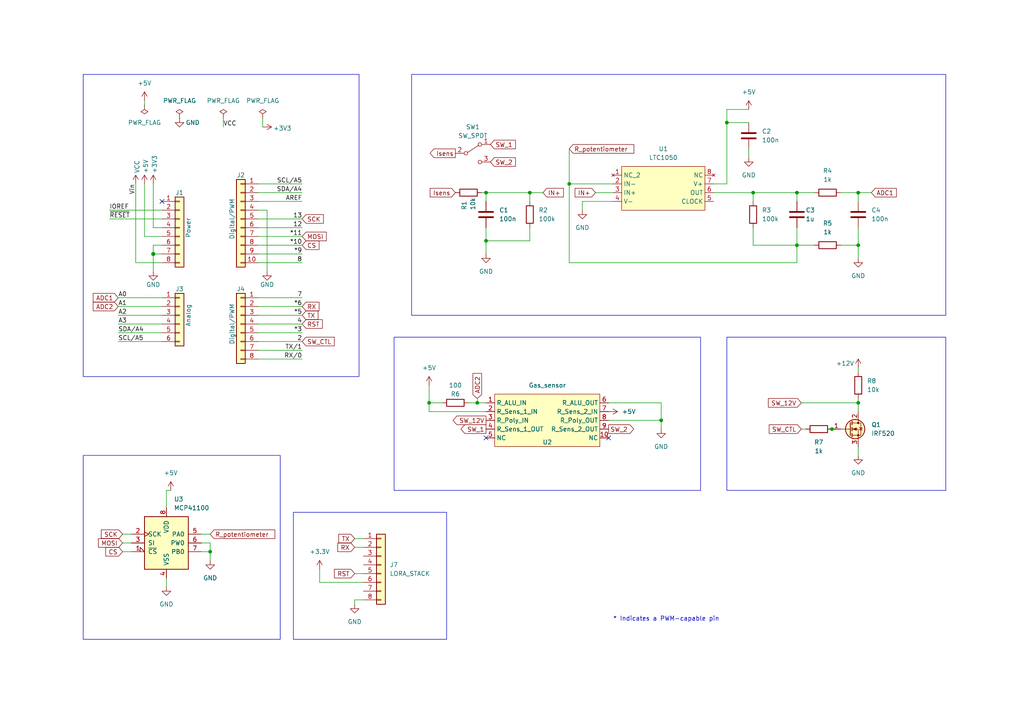
<source format=kicad_sch>
(kicad_sch (version 20230121) (generator eeschema)

  (uuid e63e39d7-6ac0-4ffd-8aa3-1841a4541b55)

  (paper "A4")

  (title_block
    (date "mar. 31 mars 2015")
  )

  (lib_symbols
    (symbol "Connector_Generic:Conn_01x06" (pin_names (offset 1.016) hide) (in_bom yes) (on_board yes)
      (property "Reference" "J" (at 0 7.62 0)
        (effects (font (size 1.27 1.27)))
      )
      (property "Value" "Conn_01x06" (at 0 -10.16 0)
        (effects (font (size 1.27 1.27)))
      )
      (property "Footprint" "" (at 0 0 0)
        (effects (font (size 1.27 1.27)) hide)
      )
      (property "Datasheet" "~" (at 0 0 0)
        (effects (font (size 1.27 1.27)) hide)
      )
      (property "ki_keywords" "connector" (at 0 0 0)
        (effects (font (size 1.27 1.27)) hide)
      )
      (property "ki_description" "Generic connector, single row, 01x06, script generated (kicad-library-utils/schlib/autogen/connector/)" (at 0 0 0)
        (effects (font (size 1.27 1.27)) hide)
      )
      (property "ki_fp_filters" "Connector*:*_1x??_*" (at 0 0 0)
        (effects (font (size 1.27 1.27)) hide)
      )
      (symbol "Conn_01x06_1_1"
        (rectangle (start -1.27 -7.493) (end 0 -7.747)
          (stroke (width 0.1524) (type default))
          (fill (type none))
        )
        (rectangle (start -1.27 -4.953) (end 0 -5.207)
          (stroke (width 0.1524) (type default))
          (fill (type none))
        )
        (rectangle (start -1.27 -2.413) (end 0 -2.667)
          (stroke (width 0.1524) (type default))
          (fill (type none))
        )
        (rectangle (start -1.27 0.127) (end 0 -0.127)
          (stroke (width 0.1524) (type default))
          (fill (type none))
        )
        (rectangle (start -1.27 2.667) (end 0 2.413)
          (stroke (width 0.1524) (type default))
          (fill (type none))
        )
        (rectangle (start -1.27 5.207) (end 0 4.953)
          (stroke (width 0.1524) (type default))
          (fill (type none))
        )
        (rectangle (start -1.27 6.35) (end 1.27 -8.89)
          (stroke (width 0.254) (type default))
          (fill (type background))
        )
        (pin passive line (at -5.08 5.08 0) (length 3.81)
          (name "Pin_1" (effects (font (size 1.27 1.27))))
          (number "1" (effects (font (size 1.27 1.27))))
        )
        (pin passive line (at -5.08 2.54 0) (length 3.81)
          (name "Pin_2" (effects (font (size 1.27 1.27))))
          (number "2" (effects (font (size 1.27 1.27))))
        )
        (pin passive line (at -5.08 0 0) (length 3.81)
          (name "Pin_3" (effects (font (size 1.27 1.27))))
          (number "3" (effects (font (size 1.27 1.27))))
        )
        (pin passive line (at -5.08 -2.54 0) (length 3.81)
          (name "Pin_4" (effects (font (size 1.27 1.27))))
          (number "4" (effects (font (size 1.27 1.27))))
        )
        (pin passive line (at -5.08 -5.08 0) (length 3.81)
          (name "Pin_5" (effects (font (size 1.27 1.27))))
          (number "5" (effects (font (size 1.27 1.27))))
        )
        (pin passive line (at -5.08 -7.62 0) (length 3.81)
          (name "Pin_6" (effects (font (size 1.27 1.27))))
          (number "6" (effects (font (size 1.27 1.27))))
        )
      )
    )
    (symbol "Connector_Generic:Conn_01x08" (pin_names (offset 1.016) hide) (in_bom yes) (on_board yes)
      (property "Reference" "J" (at 0 10.16 0)
        (effects (font (size 1.27 1.27)))
      )
      (property "Value" "Conn_01x08" (at 0 -12.7 0)
        (effects (font (size 1.27 1.27)))
      )
      (property "Footprint" "" (at 0 0 0)
        (effects (font (size 1.27 1.27)) hide)
      )
      (property "Datasheet" "~" (at 0 0 0)
        (effects (font (size 1.27 1.27)) hide)
      )
      (property "ki_keywords" "connector" (at 0 0 0)
        (effects (font (size 1.27 1.27)) hide)
      )
      (property "ki_description" "Generic connector, single row, 01x08, script generated (kicad-library-utils/schlib/autogen/connector/)" (at 0 0 0)
        (effects (font (size 1.27 1.27)) hide)
      )
      (property "ki_fp_filters" "Connector*:*_1x??_*" (at 0 0 0)
        (effects (font (size 1.27 1.27)) hide)
      )
      (symbol "Conn_01x08_1_1"
        (rectangle (start -1.27 -10.033) (end 0 -10.287)
          (stroke (width 0.1524) (type default))
          (fill (type none))
        )
        (rectangle (start -1.27 -7.493) (end 0 -7.747)
          (stroke (width 0.1524) (type default))
          (fill (type none))
        )
        (rectangle (start -1.27 -4.953) (end 0 -5.207)
          (stroke (width 0.1524) (type default))
          (fill (type none))
        )
        (rectangle (start -1.27 -2.413) (end 0 -2.667)
          (stroke (width 0.1524) (type default))
          (fill (type none))
        )
        (rectangle (start -1.27 0.127) (end 0 -0.127)
          (stroke (width 0.1524) (type default))
          (fill (type none))
        )
        (rectangle (start -1.27 2.667) (end 0 2.413)
          (stroke (width 0.1524) (type default))
          (fill (type none))
        )
        (rectangle (start -1.27 5.207) (end 0 4.953)
          (stroke (width 0.1524) (type default))
          (fill (type none))
        )
        (rectangle (start -1.27 7.747) (end 0 7.493)
          (stroke (width 0.1524) (type default))
          (fill (type none))
        )
        (rectangle (start -1.27 8.89) (end 1.27 -11.43)
          (stroke (width 0.254) (type default))
          (fill (type background))
        )
        (pin passive line (at -5.08 7.62 0) (length 3.81)
          (name "Pin_1" (effects (font (size 1.27 1.27))))
          (number "1" (effects (font (size 1.27 1.27))))
        )
        (pin passive line (at -5.08 5.08 0) (length 3.81)
          (name "Pin_2" (effects (font (size 1.27 1.27))))
          (number "2" (effects (font (size 1.27 1.27))))
        )
        (pin passive line (at -5.08 2.54 0) (length 3.81)
          (name "Pin_3" (effects (font (size 1.27 1.27))))
          (number "3" (effects (font (size 1.27 1.27))))
        )
        (pin passive line (at -5.08 0 0) (length 3.81)
          (name "Pin_4" (effects (font (size 1.27 1.27))))
          (number "4" (effects (font (size 1.27 1.27))))
        )
        (pin passive line (at -5.08 -2.54 0) (length 3.81)
          (name "Pin_5" (effects (font (size 1.27 1.27))))
          (number "5" (effects (font (size 1.27 1.27))))
        )
        (pin passive line (at -5.08 -5.08 0) (length 3.81)
          (name "Pin_6" (effects (font (size 1.27 1.27))))
          (number "6" (effects (font (size 1.27 1.27))))
        )
        (pin passive line (at -5.08 -7.62 0) (length 3.81)
          (name "Pin_7" (effects (font (size 1.27 1.27))))
          (number "7" (effects (font (size 1.27 1.27))))
        )
        (pin passive line (at -5.08 -10.16 0) (length 3.81)
          (name "Pin_8" (effects (font (size 1.27 1.27))))
          (number "8" (effects (font (size 1.27 1.27))))
        )
      )
    )
    (symbol "Connector_Generic:Conn_01x10" (pin_names (offset 1.016) hide) (in_bom yes) (on_board yes)
      (property "Reference" "J" (at 0 12.7 0)
        (effects (font (size 1.27 1.27)))
      )
      (property "Value" "Conn_01x10" (at 0 -15.24 0)
        (effects (font (size 1.27 1.27)))
      )
      (property "Footprint" "" (at 0 0 0)
        (effects (font (size 1.27 1.27)) hide)
      )
      (property "Datasheet" "~" (at 0 0 0)
        (effects (font (size 1.27 1.27)) hide)
      )
      (property "ki_keywords" "connector" (at 0 0 0)
        (effects (font (size 1.27 1.27)) hide)
      )
      (property "ki_description" "Generic connector, single row, 01x10, script generated (kicad-library-utils/schlib/autogen/connector/)" (at 0 0 0)
        (effects (font (size 1.27 1.27)) hide)
      )
      (property "ki_fp_filters" "Connector*:*_1x??_*" (at 0 0 0)
        (effects (font (size 1.27 1.27)) hide)
      )
      (symbol "Conn_01x10_1_1"
        (rectangle (start -1.27 -12.573) (end 0 -12.827)
          (stroke (width 0.1524) (type default))
          (fill (type none))
        )
        (rectangle (start -1.27 -10.033) (end 0 -10.287)
          (stroke (width 0.1524) (type default))
          (fill (type none))
        )
        (rectangle (start -1.27 -7.493) (end 0 -7.747)
          (stroke (width 0.1524) (type default))
          (fill (type none))
        )
        (rectangle (start -1.27 -4.953) (end 0 -5.207)
          (stroke (width 0.1524) (type default))
          (fill (type none))
        )
        (rectangle (start -1.27 -2.413) (end 0 -2.667)
          (stroke (width 0.1524) (type default))
          (fill (type none))
        )
        (rectangle (start -1.27 0.127) (end 0 -0.127)
          (stroke (width 0.1524) (type default))
          (fill (type none))
        )
        (rectangle (start -1.27 2.667) (end 0 2.413)
          (stroke (width 0.1524) (type default))
          (fill (type none))
        )
        (rectangle (start -1.27 5.207) (end 0 4.953)
          (stroke (width 0.1524) (type default))
          (fill (type none))
        )
        (rectangle (start -1.27 7.747) (end 0 7.493)
          (stroke (width 0.1524) (type default))
          (fill (type none))
        )
        (rectangle (start -1.27 10.287) (end 0 10.033)
          (stroke (width 0.1524) (type default))
          (fill (type none))
        )
        (rectangle (start -1.27 11.43) (end 1.27 -13.97)
          (stroke (width 0.254) (type default))
          (fill (type background))
        )
        (pin passive line (at -5.08 10.16 0) (length 3.81)
          (name "Pin_1" (effects (font (size 1.27 1.27))))
          (number "1" (effects (font (size 1.27 1.27))))
        )
        (pin passive line (at -5.08 -12.7 0) (length 3.81)
          (name "Pin_10" (effects (font (size 1.27 1.27))))
          (number "10" (effects (font (size 1.27 1.27))))
        )
        (pin passive line (at -5.08 7.62 0) (length 3.81)
          (name "Pin_2" (effects (font (size 1.27 1.27))))
          (number "2" (effects (font (size 1.27 1.27))))
        )
        (pin passive line (at -5.08 5.08 0) (length 3.81)
          (name "Pin_3" (effects (font (size 1.27 1.27))))
          (number "3" (effects (font (size 1.27 1.27))))
        )
        (pin passive line (at -5.08 2.54 0) (length 3.81)
          (name "Pin_4" (effects (font (size 1.27 1.27))))
          (number "4" (effects (font (size 1.27 1.27))))
        )
        (pin passive line (at -5.08 0 0) (length 3.81)
          (name "Pin_5" (effects (font (size 1.27 1.27))))
          (number "5" (effects (font (size 1.27 1.27))))
        )
        (pin passive line (at -5.08 -2.54 0) (length 3.81)
          (name "Pin_6" (effects (font (size 1.27 1.27))))
          (number "6" (effects (font (size 1.27 1.27))))
        )
        (pin passive line (at -5.08 -5.08 0) (length 3.81)
          (name "Pin_7" (effects (font (size 1.27 1.27))))
          (number "7" (effects (font (size 1.27 1.27))))
        )
        (pin passive line (at -5.08 -7.62 0) (length 3.81)
          (name "Pin_8" (effects (font (size 1.27 1.27))))
          (number "8" (effects (font (size 1.27 1.27))))
        )
        (pin passive line (at -5.08 -10.16 0) (length 3.81)
          (name "Pin_9" (effects (font (size 1.27 1.27))))
          (number "9" (effects (font (size 1.27 1.27))))
        )
      )
    )
    (symbol "Device:C" (pin_numbers hide) (pin_names (offset 0.254)) (in_bom yes) (on_board yes)
      (property "Reference" "C" (at 0.635 2.54 0)
        (effects (font (size 1.27 1.27)) (justify left))
      )
      (property "Value" "C" (at 0.635 -2.54 0)
        (effects (font (size 1.27 1.27)) (justify left))
      )
      (property "Footprint" "" (at 0.9652 -3.81 0)
        (effects (font (size 1.27 1.27)) hide)
      )
      (property "Datasheet" "~" (at 0 0 0)
        (effects (font (size 1.27 1.27)) hide)
      )
      (property "ki_keywords" "cap capacitor" (at 0 0 0)
        (effects (font (size 1.27 1.27)) hide)
      )
      (property "ki_description" "Unpolarized capacitor" (at 0 0 0)
        (effects (font (size 1.27 1.27)) hide)
      )
      (property "ki_fp_filters" "C_*" (at 0 0 0)
        (effects (font (size 1.27 1.27)) hide)
      )
      (symbol "C_0_1"
        (polyline
          (pts
            (xy -2.032 -0.762)
            (xy 2.032 -0.762)
          )
          (stroke (width 0.508) (type default))
          (fill (type none))
        )
        (polyline
          (pts
            (xy -2.032 0.762)
            (xy 2.032 0.762)
          )
          (stroke (width 0.508) (type default))
          (fill (type none))
        )
      )
      (symbol "C_1_1"
        (pin passive line (at 0 3.81 270) (length 2.794)
          (name "~" (effects (font (size 1.27 1.27))))
          (number "1" (effects (font (size 1.27 1.27))))
        )
        (pin passive line (at 0 -3.81 90) (length 2.794)
          (name "~" (effects (font (size 1.27 1.27))))
          (number "2" (effects (font (size 1.27 1.27))))
        )
      )
    )
    (symbol "Device:R" (pin_numbers hide) (pin_names (offset 0)) (in_bom yes) (on_board yes)
      (property "Reference" "R" (at 2.032 0 90)
        (effects (font (size 1.27 1.27)))
      )
      (property "Value" "R" (at 0 0 90)
        (effects (font (size 1.27 1.27)))
      )
      (property "Footprint" "" (at -1.778 0 90)
        (effects (font (size 1.27 1.27)) hide)
      )
      (property "Datasheet" "~" (at 0 0 0)
        (effects (font (size 1.27 1.27)) hide)
      )
      (property "ki_keywords" "R res resistor" (at 0 0 0)
        (effects (font (size 1.27 1.27)) hide)
      )
      (property "ki_description" "Resistor" (at 0 0 0)
        (effects (font (size 1.27 1.27)) hide)
      )
      (property "ki_fp_filters" "R_*" (at 0 0 0)
        (effects (font (size 1.27 1.27)) hide)
      )
      (symbol "R_0_1"
        (rectangle (start -1.016 -2.54) (end 1.016 2.54)
          (stroke (width 0.254) (type default))
          (fill (type none))
        )
      )
      (symbol "R_1_1"
        (pin passive line (at 0 3.81 270) (length 1.27)
          (name "~" (effects (font (size 1.27 1.27))))
          (number "1" (effects (font (size 1.27 1.27))))
        )
        (pin passive line (at 0 -3.81 90) (length 1.27)
          (name "~" (effects (font (size 1.27 1.27))))
          (number "2" (effects (font (size 1.27 1.27))))
        )
      )
    )
    (symbol "GND_1" (power) (pin_names (offset 0)) (in_bom yes) (on_board yes)
      (property "Reference" "#PWR" (at 0 -6.35 0)
        (effects (font (size 1.27 1.27)) hide)
      )
      (property "Value" "GND_1" (at 0 -3.81 0)
        (effects (font (size 1.27 1.27)))
      )
      (property "Footprint" "" (at 0 0 0)
        (effects (font (size 1.27 1.27)) hide)
      )
      (property "Datasheet" "" (at 0 0 0)
        (effects (font (size 1.27 1.27)) hide)
      )
      (property "ki_keywords" "global power" (at 0 0 0)
        (effects (font (size 1.27 1.27)) hide)
      )
      (property "ki_description" "Power symbol creates a global label with name \"GND\" , ground" (at 0 0 0)
        (effects (font (size 1.27 1.27)) hide)
      )
      (symbol "GND_1_0_1"
        (polyline
          (pts
            (xy 0 0)
            (xy 0 -1.27)
            (xy 1.27 -1.27)
            (xy 0 -2.54)
            (xy -1.27 -1.27)
            (xy 0 -1.27)
          )
          (stroke (width 0) (type default))
          (fill (type none))
        )
      )
      (symbol "GND_1_1_1"
        (pin power_in line (at 0 0 270) (length 0) hide
          (name "GND" (effects (font (size 1.27 1.27))))
          (number "1" (effects (font (size 1.27 1.27))))
        )
      )
    )
    (symbol "Potentiometer_Digital:MCP41100" (pin_names (offset 1.016)) (in_bom yes) (on_board yes)
      (property "Reference" "U3" (at 2.1941 12.7 0)
        (effects (font (size 1.27 1.27)) (justify left))
      )
      (property "Value" "MCP41100" (at 2.1941 10.16 0)
        (effects (font (size 1.27 1.27)) (justify left))
      )
      (property "Footprint" "Package_DIP:DIP-8_W7.62mm" (at 0 0 0)
        (effects (font (size 1.27 1.27)) hide)
      )
      (property "Datasheet" "http://ww1.microchip.com/downloads/en/DeviceDoc/11195c.pdf" (at 0 0 0)
        (effects (font (size 1.27 1.27)) hide)
      )
      (property "ki_keywords" "R POT" (at 0 0 0)
        (effects (font (size 1.27 1.27)) hide)
      )
      (property "ki_description" "Single Digital Potentiometer, SPI interface, 256 taps, 100 kohm" (at 0 0 0)
        (effects (font (size 1.27 1.27)) hide)
      )
      (property "ki_fp_filters" "DIP*W7.62mm* SOIC*P1.27mm*" (at 0 0 0)
        (effects (font (size 1.27 1.27)) hide)
      )
      (symbol "MCP41100_1_1"
        (rectangle (start -6.35 7.62) (end 6.35 -7.62)
          (stroke (width 0.254) (type default))
          (fill (type background))
        )
        (pin input input_low (at -10.16 -2.54 0) (length 3.81)
          (name "~{CS}" (effects (font (size 1.27 1.27))))
          (number "1" (effects (font (size 1.27 1.27))))
        )
        (pin passive clock (at -10.16 2.54 0) (length 3.81)
          (name "SCK" (effects (font (size 1.27 1.27))))
          (number "2" (effects (font (size 1.27 1.27))))
        )
        (pin input line (at -10.16 0 0) (length 3.81)
          (name "SI" (effects (font (size 1.27 1.27))))
          (number "3" (effects (font (size 1.27 1.27))))
        )
        (pin power_in line (at 0 -10.16 90) (length 2.54)
          (name "VSS" (effects (font (size 1.27 1.27))))
          (number "4" (effects (font (size 1.27 1.27))))
        )
        (pin passive line (at 10.16 2.54 180) (length 3.81)
          (name "PA0" (effects (font (size 1.27 1.27))))
          (number "5" (effects (font (size 1.27 1.27))))
        )
        (pin passive line (at 10.16 0 180) (length 3.81)
          (name "PW0" (effects (font (size 1.27 1.27))))
          (number "6" (effects (font (size 1.27 1.27))))
        )
        (pin passive line (at 10.16 -2.54 180) (length 3.81)
          (name "PB0" (effects (font (size 1.27 1.27))))
          (number "7" (effects (font (size 1.27 1.27))))
        )
        (pin power_in line (at 0 10.16 270) (length 2.54)
          (name "VDD" (effects (font (size 1.27 1.27))))
          (number "8" (effects (font (size 1.27 1.27))))
        )
      )
    )
    (symbol "Shield_Library:LTC1050" (in_bom yes) (on_board yes)
      (property "Reference" "U1" (at 4.445 2.54 0)
        (effects (font (size 1.27 1.27)))
      )
      (property "Value" "LTC1050" (at 4.445 0 0)
        (effects (font (size 1.27 1.27)))
      )
      (property "Footprint" "Kicad_capteur:LTC1050" (at 0 0 0)
        (effects (font (size 1.27 1.27)) hide)
      )
      (property "Datasheet" "" (at 0 0 0)
        (effects (font (size 1.27 1.27)) hide)
      )
      (symbol "LTC1050_1_1"
        (rectangle (start -7.62 -2.54) (end 16.51 -15.24)
          (stroke (width 0) (type default))
          (fill (type background))
        )
        (pin no_connect line (at -10.16 -5.08 0) (length 2.54)
          (name "NC_2" (effects (font (size 1.27 1.27))))
          (number "1" (effects (font (size 1.27 1.27))))
        )
        (pin input line (at -10.16 -7.62 0) (length 2.54)
          (name "IN-" (effects (font (size 1.27 1.27))))
          (number "2" (effects (font (size 1.27 1.27))))
        )
        (pin input line (at -10.16 -10.16 0) (length 2.54)
          (name "IN+" (effects (font (size 1.27 1.27))))
          (number "3" (effects (font (size 1.27 1.27))))
        )
        (pin input line (at -10.16 -12.7 0) (length 2.54)
          (name "V-" (effects (font (size 1.27 1.27))))
          (number "4" (effects (font (size 1.27 1.27))))
        )
        (pin input line (at 19.05 -12.7 180) (length 2.54)
          (name "CLOCK" (effects (font (size 1.27 1.27))))
          (number "5" (effects (font (size 1.27 1.27))))
        )
        (pin output line (at 19.05 -10.16 180) (length 2.54)
          (name "OUT" (effects (font (size 1.27 1.27))))
          (number "6" (effects (font (size 1.27 1.27))))
        )
        (pin input line (at 19.05 -7.62 180) (length 2.54)
          (name "V+" (effects (font (size 1.27 1.27))))
          (number "7" (effects (font (size 1.27 1.27))))
        )
        (pin no_connect line (at 19.05 -5.08 180) (length 2.54)
          (name "NC" (effects (font (size 1.27 1.27))))
          (number "8" (effects (font (size 1.27 1.27))))
        )
      )
    )
    (symbol "Smart_Sensor:TO_5" (in_bom yes) (on_board yes)
      (property "Reference" "U2" (at 0 -3.81 0)
        (effects (font (size 1.27 1.27)))
      )
      (property "Value" "Gas_sensor" (at 0 12.7 0)
        (effects (font (size 1.27 1.27)))
      )
      (property "Footprint" "Kicad_capteur:FP_Capteur" (at -43.942 36.068 0)
        (effects (font (size 1.27 1.27)) hide)
      )
      (property "Datasheet" "" (at -43.942 36.068 0)
        (effects (font (size 1.27 1.27)) hide)
      )
      (symbol "TO_5_1_1"
        (rectangle (start -15.24 10.16) (end 15.24 -5.08)
          (stroke (width 0.1524) (type default))
          (fill (type background))
        )
        (pin input line (at -17.78 7.62 0) (length 2.54)
          (name "R_ALU_IN" (effects (font (size 1.27 1.27))))
          (number "1" (effects (font (size 1.27 1.27))))
        )
        (pin input line (at 17.78 -2.54 180) (length 2.54)
          (name "NC" (effects (font (size 1.27 1.27))))
          (number "10" (effects (font (size 1.27 1.27))))
        )
        (pin input line (at -17.78 5.08 0) (length 2.54)
          (name "R_Sens_1_IN" (effects (font (size 1.27 1.27))))
          (number "2" (effects (font (size 1.27 1.27))))
        )
        (pin input line (at -17.78 2.54 0) (length 2.54)
          (name "R_Poly_IN" (effects (font (size 1.27 1.27))))
          (number "3" (effects (font (size 1.27 1.27))))
        )
        (pin input line (at -17.78 0 0) (length 2.54)
          (name "R_Sens_1_OUT" (effects (font (size 1.27 1.27))))
          (number "4" (effects (font (size 1.27 1.27))))
        )
        (pin input line (at -17.78 -2.54 0) (length 2.54)
          (name "NC" (effects (font (size 1.27 1.27))))
          (number "5" (effects (font (size 1.27 1.27))))
        )
        (pin input line (at 17.78 7.62 180) (length 2.54)
          (name "R_ALU_OUT" (effects (font (size 1.27 1.27))))
          (number "6" (effects (font (size 1.27 1.27))))
        )
        (pin input line (at 17.78 5.08 180) (length 2.54)
          (name "R_Sens_2_IN" (effects (font (size 1.27 1.27))))
          (number "7" (effects (font (size 1.27 1.27))))
        )
        (pin input line (at 17.78 2.54 180) (length 2.54)
          (name "R_Poly_OUT" (effects (font (size 1.27 1.27))))
          (number "8" (effects (font (size 1.27 1.27))))
        )
        (pin input line (at 17.78 0 180) (length 2.54)
          (name "R_Sens_2_OUT" (effects (font (size 1.27 1.27))))
          (number "9" (effects (font (size 1.27 1.27))))
        )
      )
    )
    (symbol "Switch:SW_SPDT" (pin_names (offset 0) hide) (in_bom yes) (on_board yes)
      (property "Reference" "SW" (at 0 4.318 0)
        (effects (font (size 1.27 1.27)))
      )
      (property "Value" "SW_SPDT" (at 0 -5.08 0)
        (effects (font (size 1.27 1.27)))
      )
      (property "Footprint" "" (at 0 0 0)
        (effects (font (size 1.27 1.27)) hide)
      )
      (property "Datasheet" "~" (at 0 0 0)
        (effects (font (size 1.27 1.27)) hide)
      )
      (property "ki_keywords" "switch single-pole double-throw spdt ON-ON" (at 0 0 0)
        (effects (font (size 1.27 1.27)) hide)
      )
      (property "ki_description" "Switch, single pole double throw" (at 0 0 0)
        (effects (font (size 1.27 1.27)) hide)
      )
      (symbol "SW_SPDT_0_0"
        (circle (center -2.032 0) (radius 0.508)
          (stroke (width 0) (type default))
          (fill (type none))
        )
        (circle (center 2.032 -2.54) (radius 0.508)
          (stroke (width 0) (type default))
          (fill (type none))
        )
      )
      (symbol "SW_SPDT_0_1"
        (polyline
          (pts
            (xy -1.524 0.254)
            (xy 1.651 2.286)
          )
          (stroke (width 0) (type default))
          (fill (type none))
        )
        (circle (center 2.032 2.54) (radius 0.508)
          (stroke (width 0) (type default))
          (fill (type none))
        )
      )
      (symbol "SW_SPDT_1_1"
        (pin passive line (at 5.08 2.54 180) (length 2.54)
          (name "A" (effects (font (size 1.27 1.27))))
          (number "1" (effects (font (size 1.27 1.27))))
        )
        (pin passive line (at -5.08 0 0) (length 2.54)
          (name "B" (effects (font (size 1.27 1.27))))
          (number "2" (effects (font (size 1.27 1.27))))
        )
        (pin passive line (at 5.08 -2.54 180) (length 2.54)
          (name "C" (effects (font (size 1.27 1.27))))
          (number "3" (effects (font (size 1.27 1.27))))
        )
      )
    )
    (symbol "Transistor_FET:IRF540N" (pin_names hide) (in_bom yes) (on_board yes)
      (property "Reference" "Q1" (at 6.35 1.27 0)
        (effects (font (size 1.27 1.27)) (justify left))
      )
      (property "Value" "IRF520" (at 6.35 -1.27 0)
        (effects (font (size 1.27 1.27)) (justify left))
      )
      (property "Footprint" "Package_TO_SOT_THT:TO-220-3_Vertical" (at 6.35 -1.905 0)
        (effects (font (size 1.27 1.27) italic) (justify left) hide)
      )
      (property "Datasheet" "http://www.irf.com/product-info/datasheets/data/irf540n.pdf" (at 0 0 0)
        (effects (font (size 1.27 1.27)) (justify left) hide)
      )
      (property "ki_keywords" "HEXFET N-Channel MOSFET" (at 0 0 0)
        (effects (font (size 1.27 1.27)) hide)
      )
      (property "ki_description" "33A Id, 100V Vds, HEXFET N-Channel MOSFET, TO-220" (at 0 0 0)
        (effects (font (size 1.27 1.27)) hide)
      )
      (property "ki_fp_filters" "TO?220*" (at 0 0 0)
        (effects (font (size 1.27 1.27)) hide)
      )
      (symbol "IRF540N_0_1"
        (polyline
          (pts
            (xy 0.254 0)
            (xy -2.54 0)
          )
          (stroke (width 0) (type default))
          (fill (type none))
        )
        (polyline
          (pts
            (xy 0.254 1.905)
            (xy 0.254 -1.905)
          )
          (stroke (width 0.254) (type default))
          (fill (type none))
        )
        (polyline
          (pts
            (xy 0.762 -1.27)
            (xy 0.762 -2.286)
          )
          (stroke (width 0.254) (type default))
          (fill (type none))
        )
        (polyline
          (pts
            (xy 0.762 0.508)
            (xy 0.762 -0.508)
          )
          (stroke (width 0.254) (type default))
          (fill (type none))
        )
        (polyline
          (pts
            (xy 0.762 2.286)
            (xy 0.762 1.27)
          )
          (stroke (width 0.254) (type default))
          (fill (type none))
        )
        (polyline
          (pts
            (xy 2.54 2.54)
            (xy 2.54 1.778)
          )
          (stroke (width 0) (type default))
          (fill (type none))
        )
        (polyline
          (pts
            (xy 2.54 -2.54)
            (xy 2.54 0)
            (xy 0.762 0)
          )
          (stroke (width 0) (type default))
          (fill (type none))
        )
        (polyline
          (pts
            (xy 0.762 -1.778)
            (xy 3.302 -1.778)
            (xy 3.302 1.778)
            (xy 0.762 1.778)
          )
          (stroke (width 0) (type default))
          (fill (type none))
        )
        (polyline
          (pts
            (xy 1.016 0)
            (xy 2.032 0.381)
            (xy 2.032 -0.381)
            (xy 1.016 0)
          )
          (stroke (width 0) (type default))
          (fill (type outline))
        )
        (polyline
          (pts
            (xy 2.794 0.508)
            (xy 2.921 0.381)
            (xy 3.683 0.381)
            (xy 3.81 0.254)
          )
          (stroke (width 0) (type default))
          (fill (type none))
        )
        (polyline
          (pts
            (xy 3.302 0.381)
            (xy 2.921 -0.254)
            (xy 3.683 -0.254)
            (xy 3.302 0.381)
          )
          (stroke (width 0) (type default))
          (fill (type none))
        )
        (circle (center 2.54 -1.778) (radius 0.254)
          (stroke (width 0) (type default))
          (fill (type outline))
        )
        (circle (center 2.54 1.778) (radius 0.254)
          (stroke (width 0) (type default))
          (fill (type outline))
        )
      )
      (symbol "IRF540N_1_1"
        (circle (center 1.651 0) (radius 2.794)
          (stroke (width 0.254) (type default))
          (fill (type background))
        )
        (pin input line (at -5.08 0 0) (length 2.54)
          (name "G" (effects (font (size 1.27 1.27))))
          (number "1" (effects (font (size 1.27 1.27))))
        )
        (pin passive line (at 2.54 5.08 270) (length 2.54)
          (name "D" (effects (font (size 1.27 1.27))))
          (number "2" (effects (font (size 1.27 1.27))))
        )
        (pin passive line (at 2.54 -5.08 90) (length 2.54)
          (name "S" (effects (font (size 1.27 1.27))))
          (number "3" (effects (font (size 1.27 1.27))))
        )
      )
    )
    (symbol "power:+12V" (power) (pin_names (offset 0)) (in_bom yes) (on_board yes)
      (property "Reference" "#PWR" (at 0 -3.81 0)
        (effects (font (size 1.27 1.27)) hide)
      )
      (property "Value" "+12V" (at 0 3.556 0)
        (effects (font (size 1.27 1.27)))
      )
      (property "Footprint" "" (at 0 0 0)
        (effects (font (size 1.27 1.27)) hide)
      )
      (property "Datasheet" "" (at 0 0 0)
        (effects (font (size 1.27 1.27)) hide)
      )
      (property "ki_keywords" "global power" (at 0 0 0)
        (effects (font (size 1.27 1.27)) hide)
      )
      (property "ki_description" "Power symbol creates a global label with name \"+12V\"" (at 0 0 0)
        (effects (font (size 1.27 1.27)) hide)
      )
      (symbol "+12V_0_1"
        (polyline
          (pts
            (xy -0.762 1.27)
            (xy 0 2.54)
          )
          (stroke (width 0) (type default))
          (fill (type none))
        )
        (polyline
          (pts
            (xy 0 0)
            (xy 0 2.54)
          )
          (stroke (width 0) (type default))
          (fill (type none))
        )
        (polyline
          (pts
            (xy 0 2.54)
            (xy 0.762 1.27)
          )
          (stroke (width 0) (type default))
          (fill (type none))
        )
      )
      (symbol "+12V_1_1"
        (pin power_in line (at 0 0 90) (length 0) hide
          (name "+12V" (effects (font (size 1.27 1.27))))
          (number "1" (effects (font (size 1.27 1.27))))
        )
      )
    )
    (symbol "power:+3.3V" (power) (pin_names (offset 0)) (in_bom yes) (on_board yes)
      (property "Reference" "#PWR" (at 0 -3.81 0)
        (effects (font (size 1.27 1.27)) hide)
      )
      (property "Value" "+3.3V" (at 0 3.556 0)
        (effects (font (size 1.27 1.27)))
      )
      (property "Footprint" "" (at 0 0 0)
        (effects (font (size 1.27 1.27)) hide)
      )
      (property "Datasheet" "" (at 0 0 0)
        (effects (font (size 1.27 1.27)) hide)
      )
      (property "ki_keywords" "global power" (at 0 0 0)
        (effects (font (size 1.27 1.27)) hide)
      )
      (property "ki_description" "Power symbol creates a global label with name \"+3.3V\"" (at 0 0 0)
        (effects (font (size 1.27 1.27)) hide)
      )
      (symbol "+3.3V_0_1"
        (polyline
          (pts
            (xy -0.762 1.27)
            (xy 0 2.54)
          )
          (stroke (width 0) (type default))
          (fill (type none))
        )
        (polyline
          (pts
            (xy 0 0)
            (xy 0 2.54)
          )
          (stroke (width 0) (type default))
          (fill (type none))
        )
        (polyline
          (pts
            (xy 0 2.54)
            (xy 0.762 1.27)
          )
          (stroke (width 0) (type default))
          (fill (type none))
        )
      )
      (symbol "+3.3V_1_1"
        (pin power_in line (at 0 0 90) (length 0) hide
          (name "+3.3V" (effects (font (size 1.27 1.27))))
          (number "1" (effects (font (size 1.27 1.27))))
        )
      )
    )
    (symbol "power:+3V3" (power) (pin_names (offset 0)) (in_bom yes) (on_board yes)
      (property "Reference" "#PWR" (at 0 -3.81 0)
        (effects (font (size 1.27 1.27)) hide)
      )
      (property "Value" "+3V3" (at 0 3.556 0)
        (effects (font (size 1.27 1.27)))
      )
      (property "Footprint" "" (at 0 0 0)
        (effects (font (size 1.27 1.27)) hide)
      )
      (property "Datasheet" "" (at 0 0 0)
        (effects (font (size 1.27 1.27)) hide)
      )
      (property "ki_keywords" "power-flag" (at 0 0 0)
        (effects (font (size 1.27 1.27)) hide)
      )
      (property "ki_description" "Power symbol creates a global label with name \"+3V3\"" (at 0 0 0)
        (effects (font (size 1.27 1.27)) hide)
      )
      (symbol "+3V3_0_1"
        (polyline
          (pts
            (xy -0.762 1.27)
            (xy 0 2.54)
          )
          (stroke (width 0) (type default))
          (fill (type none))
        )
        (polyline
          (pts
            (xy 0 0)
            (xy 0 2.54)
          )
          (stroke (width 0) (type default))
          (fill (type none))
        )
        (polyline
          (pts
            (xy 0 2.54)
            (xy 0.762 1.27)
          )
          (stroke (width 0) (type default))
          (fill (type none))
        )
      )
      (symbol "+3V3_1_1"
        (pin power_in line (at 0 0 90) (length 0) hide
          (name "+3V3" (effects (font (size 1.27 1.27))))
          (number "1" (effects (font (size 1.27 1.27))))
        )
      )
    )
    (symbol "power:+5V" (power) (pin_names (offset 0)) (in_bom yes) (on_board yes)
      (property "Reference" "#PWR" (at 0 -3.81 0)
        (effects (font (size 1.27 1.27)) hide)
      )
      (property "Value" "+5V" (at 0 3.556 0)
        (effects (font (size 1.27 1.27)))
      )
      (property "Footprint" "" (at 0 0 0)
        (effects (font (size 1.27 1.27)) hide)
      )
      (property "Datasheet" "" (at 0 0 0)
        (effects (font (size 1.27 1.27)) hide)
      )
      (property "ki_keywords" "power-flag" (at 0 0 0)
        (effects (font (size 1.27 1.27)) hide)
      )
      (property "ki_description" "Power symbol creates a global label with name \"+5V\"" (at 0 0 0)
        (effects (font (size 1.27 1.27)) hide)
      )
      (symbol "+5V_0_1"
        (polyline
          (pts
            (xy -0.762 1.27)
            (xy 0 2.54)
          )
          (stroke (width 0) (type default))
          (fill (type none))
        )
        (polyline
          (pts
            (xy 0 0)
            (xy 0 2.54)
          )
          (stroke (width 0) (type default))
          (fill (type none))
        )
        (polyline
          (pts
            (xy 0 2.54)
            (xy 0.762 1.27)
          )
          (stroke (width 0) (type default))
          (fill (type none))
        )
      )
      (symbol "+5V_1_1"
        (pin power_in line (at 0 0 90) (length 0) hide
          (name "+5V" (effects (font (size 1.27 1.27))))
          (number "1" (effects (font (size 1.27 1.27))))
        )
      )
    )
    (symbol "power:GND" (power) (pin_names (offset 0)) (in_bom yes) (on_board yes)
      (property "Reference" "#PWR" (at 0 -6.35 0)
        (effects (font (size 1.27 1.27)) hide)
      )
      (property "Value" "GND" (at 0 -3.81 0)
        (effects (font (size 1.27 1.27)))
      )
      (property "Footprint" "" (at 0 0 0)
        (effects (font (size 1.27 1.27)) hide)
      )
      (property "Datasheet" "" (at 0 0 0)
        (effects (font (size 1.27 1.27)) hide)
      )
      (property "ki_keywords" "power-flag" (at 0 0 0)
        (effects (font (size 1.27 1.27)) hide)
      )
      (property "ki_description" "Power symbol creates a global label with name \"GND\" , ground" (at 0 0 0)
        (effects (font (size 1.27 1.27)) hide)
      )
      (symbol "GND_0_1"
        (polyline
          (pts
            (xy 0 0)
            (xy 0 -1.27)
            (xy 1.27 -1.27)
            (xy 0 -2.54)
            (xy -1.27 -1.27)
            (xy 0 -1.27)
          )
          (stroke (width 0) (type default))
          (fill (type none))
        )
      )
      (symbol "GND_1_1"
        (pin power_in line (at 0 0 270) (length 0) hide
          (name "GND" (effects (font (size 1.27 1.27))))
          (number "1" (effects (font (size 1.27 1.27))))
        )
      )
    )
    (symbol "power:PWR_FLAG" (power) (pin_numbers hide) (pin_names (offset 0) hide) (in_bom yes) (on_board yes)
      (property "Reference" "#FLG" (at 0 1.905 0)
        (effects (font (size 1.27 1.27)) hide)
      )
      (property "Value" "PWR_FLAG" (at 0 3.81 0)
        (effects (font (size 1.27 1.27)))
      )
      (property "Footprint" "" (at 0 0 0)
        (effects (font (size 1.27 1.27)) hide)
      )
      (property "Datasheet" "~" (at 0 0 0)
        (effects (font (size 1.27 1.27)) hide)
      )
      (property "ki_keywords" "flag power" (at 0 0 0)
        (effects (font (size 1.27 1.27)) hide)
      )
      (property "ki_description" "Special symbol for telling ERC where power comes from" (at 0 0 0)
        (effects (font (size 1.27 1.27)) hide)
      )
      (symbol "PWR_FLAG_0_0"
        (pin power_out line (at 0 0 90) (length 0)
          (name "pwr" (effects (font (size 1.27 1.27))))
          (number "1" (effects (font (size 1.27 1.27))))
        )
      )
      (symbol "PWR_FLAG_0_1"
        (polyline
          (pts
            (xy 0 0)
            (xy 0 1.27)
            (xy -1.016 1.905)
            (xy 0 2.54)
            (xy 1.016 1.905)
            (xy 0 1.27)
          )
          (stroke (width 0) (type default))
          (fill (type none))
        )
      )
    )
    (symbol "power:VCC" (power) (pin_names (offset 0)) (in_bom yes) (on_board yes)
      (property "Reference" "#PWR" (at 0 -3.81 0)
        (effects (font (size 1.27 1.27)) hide)
      )
      (property "Value" "VCC" (at 0 3.81 0)
        (effects (font (size 1.27 1.27)))
      )
      (property "Footprint" "" (at 0 0 0)
        (effects (font (size 1.27 1.27)) hide)
      )
      (property "Datasheet" "" (at 0 0 0)
        (effects (font (size 1.27 1.27)) hide)
      )
      (property "ki_keywords" "power-flag" (at 0 0 0)
        (effects (font (size 1.27 1.27)) hide)
      )
      (property "ki_description" "Power symbol creates a global label with name \"VCC\"" (at 0 0 0)
        (effects (font (size 1.27 1.27)) hide)
      )
      (symbol "VCC_0_1"
        (polyline
          (pts
            (xy -0.762 1.27)
            (xy 0 2.54)
          )
          (stroke (width 0) (type default))
          (fill (type none))
        )
        (polyline
          (pts
            (xy 0 0)
            (xy 0 2.54)
          )
          (stroke (width 0) (type default))
          (fill (type none))
        )
        (polyline
          (pts
            (xy 0 2.54)
            (xy 0.762 1.27)
          )
          (stroke (width 0) (type default))
          (fill (type none))
        )
      )
      (symbol "VCC_1_1"
        (pin power_in line (at 0 0 90) (length 0) hide
          (name "VCC" (effects (font (size 1.27 1.27))))
          (number "1" (effects (font (size 1.27 1.27))))
        )
      )
    )
  )

  (junction (at 218.44 55.88) (diameter 0) (color 0 0 0 0)
    (uuid 01c80cd5-fa94-4702-9b41-868f3d1f55e9)
  )
  (junction (at 124.46 116.84) (diameter 0) (color 0 0 0 0)
    (uuid 0b59766a-70eb-4232-a01f-c73b2a9dce78)
  )
  (junction (at 153.67 55.88) (diameter 0) (color 0 0 0 0)
    (uuid 15bb6237-ae93-447a-9d62-5f1f9ff2a6d1)
  )
  (junction (at 248.92 71.12) (diameter 0) (color 0 0 0 0)
    (uuid 241f8973-e8cc-4771-bc15-47cd6eabefa6)
  )
  (junction (at 44.45 73.66) (diameter 1.016) (color 0 0 0 0)
    (uuid 3dcc657b-55a1-48e0-9667-e01e7b6b08b5)
  )
  (junction (at 140.97 55.88) (diameter 0) (color 0 0 0 0)
    (uuid 52949741-26b1-4fba-a348-841cd53e3ce3)
  )
  (junction (at 138.43 116.84) (diameter 0) (color 0 0 0 0)
    (uuid 54a7432c-efd7-4d6b-9fa6-488005fff23d)
  )
  (junction (at 241.3 124.46) (diameter 0) (color 0 0 0 0)
    (uuid 7e633ae3-9191-405f-a7ff-72e4bded8563)
  )
  (junction (at 231.14 55.88) (diameter 0) (color 0 0 0 0)
    (uuid 8ec5f115-e002-4a2c-862d-4cf377b4067a)
  )
  (junction (at 231.14 71.12) (diameter 0) (color 0 0 0 0)
    (uuid 97d28b19-2e02-4459-b2d8-b13c80fe902a)
  )
  (junction (at 140.97 69.85) (diameter 0) (color 0 0 0 0)
    (uuid a0f543a1-e2a6-44c5-8ba0-b86bc2dab1a7)
  )
  (junction (at 248.92 116.84) (diameter 0) (color 0 0 0 0)
    (uuid a43f504a-278a-4fc0-a6be-1b83c9960466)
  )
  (junction (at 191.77 121.92) (diameter 0) (color 0 0 0 0)
    (uuid a7718e0e-8e35-4349-bc8e-862a5adc1c0b)
  )
  (junction (at 210.82 35.56) (diameter 0) (color 0 0 0 0)
    (uuid adefd603-70e4-438f-a375-fe20a553ff58)
  )
  (junction (at 60.96 160.02) (diameter 0) (color 0 0 0 0)
    (uuid b619ed56-bd01-416a-8e19-af16add95bf4)
  )
  (junction (at 165.1 53.34) (diameter 0) (color 0 0 0 0)
    (uuid de0be2b8-8dc9-442c-a0ab-427cbebd163d)
  )
  (junction (at 248.92 55.88) (diameter 0) (color 0 0 0 0)
    (uuid f90a0cbc-0d17-4a8c-87fc-d49ab7ba430d)
  )

  (no_connect (at 140.97 127) (uuid 1b543c28-2bdf-46d0-8ccb-59e4a12062a4))
  (no_connect (at 176.53 127) (uuid 84b1c26d-d35a-4407-927f-f27f59187323))
  (no_connect (at 46.99 58.42) (uuid d181157c-7812-47e5-a0cf-9580c905fc86))

  (wire (pts (xy 139.7 55.88) (xy 140.97 55.88))
    (stroke (width 0) (type default))
    (uuid 00aa0d8b-d624-435d-822a-2d6cc1d5a28c)
  )
  (wire (pts (xy 74.93 104.14) (xy 87.63 104.14))
    (stroke (width 0) (type solid))
    (uuid 010ba307-2067-49d3-b0fa-6414143f3fc2)
  )
  (wire (pts (xy 74.93 71.12) (xy 87.63 71.12))
    (stroke (width 0) (type solid))
    (uuid 09480ba4-37da-45e3-b9fe-6beebf876349)
  )
  (wire (pts (xy 60.96 157.48) (xy 60.96 160.02))
    (stroke (width 0) (type default))
    (uuid 09e1f0dd-95af-4237-b57b-8dc6fd8b0d84)
  )
  (wire (pts (xy 218.44 71.12) (xy 231.14 71.12))
    (stroke (width 0) (type default))
    (uuid 0bd35372-5f28-4f8d-9c75-7412cb3d96bd)
  )
  (wire (pts (xy 177.8 58.42) (xy 168.91 58.42))
    (stroke (width 0) (type default))
    (uuid 0eca067b-3c93-43d2-b56d-e45f50fc14bf)
  )
  (wire (pts (xy 74.93 53.34) (xy 87.63 53.34))
    (stroke (width 0) (type solid))
    (uuid 0f5d2189-4ead-42fa-8f7a-cfa3af4de132)
  )
  (wire (pts (xy 48.26 142.24) (xy 49.53 142.24))
    (stroke (width 0) (type default))
    (uuid 0fd6457a-638c-41f2-a0a7-f40ec1ed2d5e)
  )
  (wire (pts (xy 35.56 160.02) (xy 38.1 160.02))
    (stroke (width 0) (type default))
    (uuid 11625bd2-db58-4579-86d0-f5279bc51385)
  )
  (wire (pts (xy 231.14 71.12) (xy 231.14 66.04))
    (stroke (width 0) (type default))
    (uuid 12061e78-54ce-44c6-8fae-f6c2efc7d2d2)
  )
  (wire (pts (xy 58.42 154.94) (xy 60.96 154.94))
    (stroke (width 0) (type default))
    (uuid 12c1a07e-bda9-466a-b8ee-11f7667be044)
  )
  (wire (pts (xy 44.45 71.12) (xy 44.45 73.66))
    (stroke (width 0) (type solid))
    (uuid 1c31b835-925f-4a5c-92df-8f2558bb711b)
  )
  (wire (pts (xy 176.53 121.92) (xy 191.77 121.92))
    (stroke (width 0) (type default))
    (uuid 1fc4c4ea-23c3-45ff-9d97-04e044910a90)
  )
  (wire (pts (xy 34.29 99.06) (xy 46.99 99.06))
    (stroke (width 0) (type solid))
    (uuid 20854542-d0b0-4be7-af02-0e5fceb34e01)
  )
  (wire (pts (xy 140.97 55.88) (xy 140.97 58.42))
    (stroke (width 0) (type default))
    (uuid 245c1a82-0a98-4758-9dba-f42266a89ce1)
  )
  (wire (pts (xy 102.87 158.75) (xy 105.41 158.75))
    (stroke (width 0) (type default))
    (uuid 2460afdb-b4c6-404a-8ed0-f54faa8efd29)
  )
  (wire (pts (xy 140.97 69.85) (xy 140.97 73.66))
    (stroke (width 0) (type default))
    (uuid 25639a83-0a28-4292-acdd-a7739e3f4a6f)
  )
  (wire (pts (xy 231.14 71.12) (xy 231.14 76.2))
    (stroke (width 0) (type default))
    (uuid 25c5c395-92ad-46ca-810d-da512b2b7459)
  )
  (wire (pts (xy 153.67 69.85) (xy 140.97 69.85))
    (stroke (width 0) (type default))
    (uuid 25cc8385-52cc-4fd7-a179-99551c49e34e)
  )
  (wire (pts (xy 140.97 116.84) (xy 138.43 116.84))
    (stroke (width 0) (type default))
    (uuid 28108090-a824-407f-ac13-3d83ed65a83c)
  )
  (wire (pts (xy 165.1 53.34) (xy 177.8 53.34))
    (stroke (width 0) (type default))
    (uuid 29b0a573-2cab-4b8c-b4d9-66ee88517102)
  )
  (wire (pts (xy 218.44 55.88) (xy 231.14 55.88))
    (stroke (width 0) (type default))
    (uuid 2b5f93df-696f-4340-9f04-8ac4b1afc782)
  )
  (wire (pts (xy 44.45 73.66) (xy 44.45 78.74))
    (stroke (width 0) (type solid))
    (uuid 2df788b2-ce68-49bc-a497-4b6570a17f30)
  )
  (wire (pts (xy 48.26 167.64) (xy 48.26 170.18))
    (stroke (width 0) (type default))
    (uuid 2e745549-27a2-4242-88ea-edcba61d895f)
  )
  (wire (pts (xy 44.45 66.04) (xy 46.99 66.04))
    (stroke (width 0) (type solid))
    (uuid 3334b11d-5a13-40b4-a117-d693c543e4ab)
  )
  (wire (pts (xy 102.87 156.21) (xy 105.41 156.21))
    (stroke (width 0) (type default))
    (uuid 33fddabd-1089-497a-a86e-6535ec80b35b)
  )
  (wire (pts (xy 248.92 55.88) (xy 248.92 58.42))
    (stroke (width 0) (type default))
    (uuid 34ed739c-d18e-4038-b23b-ff5d52702754)
  )
  (wire (pts (xy 191.77 116.84) (xy 191.77 121.92))
    (stroke (width 0) (type default))
    (uuid 3532af04-88e5-443b-b65d-99082afc88f9)
  )
  (wire (pts (xy 41.91 68.58) (xy 46.99 68.58))
    (stroke (width 0) (type solid))
    (uuid 3661f80c-fef8-4441-83be-df8930b3b45e)
  )
  (wire (pts (xy 140.97 119.38) (xy 124.46 119.38))
    (stroke (width 0) (type default))
    (uuid 386acc67-1a2f-4224-aab0-d2de8c9f4f51)
  )
  (wire (pts (xy 41.91 53.34) (xy 41.91 68.58))
    (stroke (width 0) (type solid))
    (uuid 392bf1f6-bf67-427d-8d4c-0a87cb757556)
  )
  (wire (pts (xy 231.14 76.2) (xy 165.1 76.2))
    (stroke (width 0) (type default))
    (uuid 39c631ac-ec5a-4ca5-83cc-408986582d7a)
  )
  (wire (pts (xy 231.14 55.88) (xy 231.14 58.42))
    (stroke (width 0) (type default))
    (uuid 3b4e2b6e-79c4-4b31-8544-a5347054d7a0)
  )
  (wire (pts (xy 74.93 63.5) (xy 87.63 63.5))
    (stroke (width 0) (type solid))
    (uuid 4227fa6f-c399-4f14-8228-23e39d2b7e7d)
  )
  (wire (pts (xy 64.77 34.29) (xy 64.77 36.83))
    (stroke (width 0) (type default))
    (uuid 43a7d925-d1d7-4c55-bdb4-3c935f360e78)
  )
  (wire (pts (xy 44.45 53.34) (xy 44.45 66.04))
    (stroke (width 0) (type solid))
    (uuid 442fb4de-4d55-45de-bc27-3e6222ceb890)
  )
  (wire (pts (xy 74.93 86.36) (xy 87.63 86.36))
    (stroke (width 0) (type solid))
    (uuid 4455ee2e-5642-42c1-a83b-f7e65fa0c2f1)
  )
  (wire (pts (xy 248.92 115.57) (xy 248.92 116.84))
    (stroke (width 0) (type default))
    (uuid 476b65f9-6f8a-41b4-90ff-82ea56ce869f)
  )
  (wire (pts (xy 46.99 86.36) (xy 34.29 86.36))
    (stroke (width 0) (type solid))
    (uuid 486ca832-85f4-4989-b0f4-569faf9be534)
  )
  (wire (pts (xy 74.93 66.04) (xy 87.63 66.04))
    (stroke (width 0) (type solid))
    (uuid 4a910b57-a5cd-4105-ab4f-bde2a80d4f00)
  )
  (wire (pts (xy 74.93 88.9) (xy 87.63 88.9))
    (stroke (width 0) (type solid))
    (uuid 4e60e1af-19bd-45a0-b418-b7030b594dde)
  )
  (wire (pts (xy 153.67 55.88) (xy 153.67 58.42))
    (stroke (width 0) (type default))
    (uuid 52f4bc47-8345-4a13-9f49-fd6441aed1d6)
  )
  (wire (pts (xy 172.72 55.88) (xy 177.8 55.88))
    (stroke (width 0) (type default))
    (uuid 558b2238-5059-4edb-8708-3d08f78ab039)
  )
  (wire (pts (xy 236.22 71.12) (xy 231.14 71.12))
    (stroke (width 0) (type default))
    (uuid 566f8866-6f07-4435-a8e1-cb7c3a28bb7d)
  )
  (wire (pts (xy 124.46 116.84) (xy 128.27 116.84))
    (stroke (width 0) (type default))
    (uuid 5960f1fa-36ff-4ae1-9b9f-1ff39f2b37be)
  )
  (wire (pts (xy 243.84 55.88) (xy 248.92 55.88))
    (stroke (width 0) (type default))
    (uuid 6132b3ef-a1a0-42c5-b86a-be6e305fac1c)
  )
  (wire (pts (xy 74.93 73.66) (xy 87.63 73.66))
    (stroke (width 0) (type solid))
    (uuid 63f2b71b-521b-4210-bf06-ed65e330fccc)
  )
  (wire (pts (xy 165.1 43.18) (xy 165.1 53.34))
    (stroke (width 0) (type default))
    (uuid 6518049d-879f-4122-affb-0647d74e95f8)
  )
  (wire (pts (xy 35.56 157.48) (xy 38.1 157.48))
    (stroke (width 0) (type default))
    (uuid 6703641d-a9ad-4751-9559-cf5c004ea49a)
  )
  (wire (pts (xy 74.93 93.98) (xy 87.63 93.98))
    (stroke (width 0) (type solid))
    (uuid 6bb3ea5f-9e60-4add-9d97-244be2cf61d2)
  )
  (wire (pts (xy 31.75 60.96) (xy 46.99 60.96))
    (stroke (width 0) (type solid))
    (uuid 73d4774c-1387-4550-b580-a1cc0ac89b89)
  )
  (wire (pts (xy 124.46 119.38) (xy 124.46 116.84))
    (stroke (width 0) (type default))
    (uuid 75b20cfe-514d-46ae-9816-0e9b83e5aa56)
  )
  (wire (pts (xy 248.92 116.84) (xy 248.92 119.38))
    (stroke (width 0) (type default))
    (uuid 7751205a-f3b2-49d7-a566-8154f6b046f0)
  )
  (wire (pts (xy 124.46 111.76) (xy 124.46 116.84))
    (stroke (width 0) (type default))
    (uuid 7e821f30-dd00-4d7a-bca7-d2dd902fd6fa)
  )
  (wire (pts (xy 140.97 66.04) (xy 140.97 69.85))
    (stroke (width 0) (type default))
    (uuid 7f2cec5d-6779-4f05-9a4b-ff354c62aa96)
  )
  (wire (pts (xy 248.92 71.12) (xy 243.84 71.12))
    (stroke (width 0) (type default))
    (uuid 816eb8a7-9a90-49a5-b535-4be808310d98)
  )
  (wire (pts (xy 77.47 60.96) (xy 77.47 78.74))
    (stroke (width 0) (type solid))
    (uuid 84ce350c-b0c1-4e69-9ab2-f7ec7b8bb312)
  )
  (wire (pts (xy 74.93 58.42) (xy 87.63 58.42))
    (stroke (width 0) (type solid))
    (uuid 8a3d35a2-f0f6-4dec-a606-7c8e288ca828)
  )
  (wire (pts (xy 140.97 55.88) (xy 153.67 55.88))
    (stroke (width 0) (type default))
    (uuid 8a43373f-0998-4877-8926-b87a42518ad7)
  )
  (wire (pts (xy 248.92 66.04) (xy 248.92 71.12))
    (stroke (width 0) (type default))
    (uuid 8b035970-caeb-4005-b3fe-2960089582cf)
  )
  (wire (pts (xy 232.41 124.46) (xy 233.68 124.46))
    (stroke (width 0) (type default))
    (uuid 8d79eb66-625d-4a33-ae9b-543d210f8fe2)
  )
  (wire (pts (xy 92.71 168.91) (xy 105.41 168.91))
    (stroke (width 0) (type default))
    (uuid 8deb6eaa-d241-476d-a5ea-e5756197a583)
  )
  (wire (pts (xy 207.01 53.34) (xy 210.82 53.34))
    (stroke (width 0) (type default))
    (uuid 913ffc3a-3b6b-4cca-ae3d-2626de9d4d62)
  )
  (wire (pts (xy 217.17 43.18) (xy 217.17 45.72))
    (stroke (width 0) (type default))
    (uuid 92738ac8-afa9-4daf-ba11-b72768c3bc5f)
  )
  (wire (pts (xy 210.82 35.56) (xy 210.82 31.75))
    (stroke (width 0) (type default))
    (uuid 92c5dfaf-e5d5-4a56-8fa5-b2d6a15ad7d2)
  )
  (wire (pts (xy 46.99 91.44) (xy 34.29 91.44))
    (stroke (width 0) (type solid))
    (uuid 9377eb1a-3b12-438c-8ebd-f86ace1e8d25)
  )
  (wire (pts (xy 153.67 55.88) (xy 157.48 55.88))
    (stroke (width 0) (type default))
    (uuid 93acdd2f-4ed8-4eb6-8988-53c409e41504)
  )
  (wire (pts (xy 31.75 63.5) (xy 46.99 63.5))
    (stroke (width 0) (type solid))
    (uuid 93e52853-9d1e-4afe-aee8-b825ab9f5d09)
  )
  (wire (pts (xy 46.99 73.66) (xy 44.45 73.66))
    (stroke (width 0) (type solid))
    (uuid 97df9ac9-dbb8-472e-b84f-3684d0eb5efc)
  )
  (wire (pts (xy 218.44 55.88) (xy 218.44 58.42))
    (stroke (width 0) (type default))
    (uuid 986fa1e2-d0b3-4036-9c83-99a41ae1a389)
  )
  (wire (pts (xy 210.82 31.75) (xy 217.17 31.75))
    (stroke (width 0) (type default))
    (uuid 9c79e54b-042a-4215-8287-829363772bbd)
  )
  (wire (pts (xy 48.26 142.24) (xy 48.26 147.32))
    (stroke (width 0) (type default))
    (uuid 9e95db76-297e-41bd-b4a9-f575fadbfc5b)
  )
  (wire (pts (xy 176.53 116.84) (xy 191.77 116.84))
    (stroke (width 0) (type default))
    (uuid a61fde4b-7ef5-4c34-a840-f35dd010b223)
  )
  (wire (pts (xy 232.41 116.84) (xy 248.92 116.84))
    (stroke (width 0) (type default))
    (uuid a67b5a14-63cf-49d3-8313-309a04c3a49c)
  )
  (wire (pts (xy 46.99 76.2) (xy 39.37 76.2))
    (stroke (width 0) (type solid))
    (uuid a7518f9d-05df-4211-ba17-5d615f04ec46)
  )
  (wire (pts (xy 231.14 55.88) (xy 236.22 55.88))
    (stroke (width 0) (type default))
    (uuid a88668f9-96df-45ca-90d0-d35d657a4a51)
  )
  (wire (pts (xy 34.29 88.9) (xy 46.99 88.9))
    (stroke (width 0) (type solid))
    (uuid aab97e46-23d6-4cbf-8684-537b94306d68)
  )
  (wire (pts (xy 153.67 66.04) (xy 153.67 69.85))
    (stroke (width 0) (type default))
    (uuid ac937db7-e05d-4b66-b67c-807510984014)
  )
  (wire (pts (xy 35.56 154.94) (xy 38.1 154.94))
    (stroke (width 0) (type default))
    (uuid ade86295-43f7-4096-b1c5-996c000b6155)
  )
  (wire (pts (xy 210.82 35.56) (xy 217.17 35.56))
    (stroke (width 0) (type default))
    (uuid af16f4df-b035-42ce-903f-688e0911a158)
  )
  (wire (pts (xy 168.91 58.42) (xy 168.91 60.96))
    (stroke (width 0) (type default))
    (uuid b24513f3-4ebd-49f4-8a57-699444608bbc)
  )
  (wire (pts (xy 242.57 124.46) (xy 241.3 124.46))
    (stroke (width 0) (type default))
    (uuid b622803f-c8ab-4d07-bbe2-076eb9a5eaa6)
  )
  (wire (pts (xy 58.42 157.48) (xy 60.96 157.48))
    (stroke (width 0) (type default))
    (uuid b7825484-1a0c-4bb8-9f3e-b64834fde61d)
  )
  (wire (pts (xy 74.93 60.96) (xy 77.47 60.96))
    (stroke (width 0) (type solid))
    (uuid bcbc7302-8a54-4b9b-98b9-f277f1b20941)
  )
  (wire (pts (xy 210.82 35.56) (xy 210.82 53.34))
    (stroke (width 0) (type default))
    (uuid beea511d-fa98-42b3-9bb4-9ff377a9b982)
  )
  (wire (pts (xy 46.99 71.12) (xy 44.45 71.12))
    (stroke (width 0) (type solid))
    (uuid c12796ad-cf20-466f-9ab3-9cf441392c32)
  )
  (wire (pts (xy 248.92 106.68) (xy 248.92 107.95))
    (stroke (width 0) (type default))
    (uuid c1fe478f-2505-473a-ab92-b0b5299606cd)
  )
  (wire (pts (xy 58.42 160.02) (xy 60.96 160.02))
    (stroke (width 0) (type default))
    (uuid c437b451-6845-4156-88ed-2d08e6a29c25)
  )
  (wire (pts (xy 102.87 173.99) (xy 105.41 173.99))
    (stroke (width 0) (type default))
    (uuid c5912413-17b8-4cbc-a4a8-5f4b01f94cc7)
  )
  (wire (pts (xy 165.1 76.2) (xy 165.1 53.34))
    (stroke (width 0) (type default))
    (uuid c5ed88fb-0e55-4c1f-ac9e-cafaecb3bd3c)
  )
  (wire (pts (xy 102.87 166.37) (xy 105.41 166.37))
    (stroke (width 0) (type default))
    (uuid c6dee536-c935-4b2d-890a-88775e87705d)
  )
  (wire (pts (xy 74.93 68.58) (xy 87.63 68.58))
    (stroke (width 0) (type solid))
    (uuid c722a1ff-12f1-49e5-88a4-44ffeb509ca2)
  )
  (wire (pts (xy 92.71 165.1) (xy 92.71 168.91))
    (stroke (width 0) (type default))
    (uuid c8c64ac2-d1d0-49dd-8764-683445e55ef9)
  )
  (wire (pts (xy 76.2 34.29) (xy 76.2 36.83))
    (stroke (width 0) (type default))
    (uuid ccdda96e-f1a6-45de-985d-20c143e39aee)
  )
  (wire (pts (xy 138.43 116.84) (xy 135.89 116.84))
    (stroke (width 0) (type default))
    (uuid cd01602a-2bd0-4740-b63e-f72fa0b680fe)
  )
  (wire (pts (xy 248.92 55.88) (xy 252.73 55.88))
    (stroke (width 0) (type default))
    (uuid cd46970f-5fc1-4e22-9a3e-040bb8c3df14)
  )
  (wire (pts (xy 248.92 129.54) (xy 248.92 132.08))
    (stroke (width 0) (type default))
    (uuid cfda9774-08dd-4a4b-9ae5-bea1c7645e52)
  )
  (wire (pts (xy 74.93 91.44) (xy 87.63 91.44))
    (stroke (width 0) (type solid))
    (uuid cfe99980-2d98-4372-b495-04c53027340b)
  )
  (wire (pts (xy 34.29 93.98) (xy 46.99 93.98))
    (stroke (width 0) (type solid))
    (uuid d3042136-2605-44b2-aebb-5484a9c90933)
  )
  (wire (pts (xy 60.96 160.02) (xy 60.96 162.56))
    (stroke (width 0) (type default))
    (uuid dbfffed2-7ce1-4b51-bb9c-9bd9fc7f487b)
  )
  (wire (pts (xy 102.87 175.26) (xy 102.87 173.99))
    (stroke (width 0) (type default))
    (uuid dfb0e751-e1b4-450e-9037-8d23cc191891)
  )
  (wire (pts (xy 138.43 115.57) (xy 138.43 116.84))
    (stroke (width 0) (type default))
    (uuid e30993eb-c4d5-4c1c-b6e5-0bbc5b954560)
  )
  (wire (pts (xy 74.93 55.88) (xy 87.63 55.88))
    (stroke (width 0) (type solid))
    (uuid e7278977-132b-4777-9eb4-7d93363a4379)
  )
  (wire (pts (xy 74.93 99.06) (xy 87.63 99.06))
    (stroke (width 0) (type solid))
    (uuid e9bdd59b-3252-4c44-a357-6fa1af0c210c)
  )
  (wire (pts (xy 248.92 71.12) (xy 248.92 74.93))
    (stroke (width 0) (type default))
    (uuid eafc4e6b-1742-4d67-aab8-9761c84adcb7)
  )
  (wire (pts (xy 191.77 121.92) (xy 191.77 124.46))
    (stroke (width 0) (type default))
    (uuid ec584bd8-eb71-41db-a111-424bb94767ed)
  )
  (wire (pts (xy 74.93 96.52) (xy 87.63 96.52))
    (stroke (width 0) (type solid))
    (uuid ec76dcc9-9949-4dda-bd76-046204829cb4)
  )
  (wire (pts (xy 218.44 71.12) (xy 218.44 66.04))
    (stroke (width 0) (type default))
    (uuid ef0aff3d-f990-4bcf-a6b8-11408210613d)
  )
  (wire (pts (xy 207.01 55.88) (xy 218.44 55.88))
    (stroke (width 0) (type default))
    (uuid f2a114fe-23bf-487f-8509-9744a24a73d9)
  )
  (wire (pts (xy 74.93 101.6) (xy 87.63 101.6))
    (stroke (width 0) (type solid))
    (uuid f853d1d4-c722-44df-98bf-4a6114204628)
  )
  (wire (pts (xy 39.37 76.2) (xy 39.37 53.34))
    (stroke (width 0) (type solid))
    (uuid f8de70cd-e47d-4e80-8f3a-077e9df93aa8)
  )
  (wire (pts (xy 46.99 96.52) (xy 34.29 96.52))
    (stroke (width 0) (type solid))
    (uuid fc39c32d-65b8-4d16-9db5-de89c54a1206)
  )
  (wire (pts (xy 41.91 29.21) (xy 41.91 30.48))
    (stroke (width 0) (type default))
    (uuid fdf913ba-a20d-43e5-a8aa-59cabc0ea67e)
  )
  (wire (pts (xy 74.93 76.2) (xy 87.63 76.2))
    (stroke (width 0) (type solid))
    (uuid fe837306-92d0-4847-ad21-76c47ae932d1)
  )

  (rectangle (start 114.3 97.79) (end 203.2 142.24)
    (stroke (width 0) (type default))
    (fill (type none))
    (uuid 18189252-6c60-44ef-86f5-36e58abedc47)
  )
  (rectangle (start 119.38 21.59) (end 274.32 91.44)
    (stroke (width 0) (type default))
    (fill (type none))
    (uuid 683b3f4f-e036-47dc-952a-6a8b73114ef4)
  )
  (rectangle (start 210.82 97.79) (end 274.32 142.24)
    (stroke (width 0) (type default))
    (fill (type none))
    (uuid 7a7c866b-aa2a-4f6c-ada1-e484d3778f3d)
  )
  (rectangle (start 24.13 132.08) (end 81.28 185.42)
    (stroke (width 0) (type default))
    (fill (type none))
    (uuid 82b9f5f6-127f-4c71-b391-674fbff348db)
  )
  (rectangle (start 85.09 148.59) (end 129.54 185.42)
    (stroke (width 0) (type default))
    (fill (type none))
    (uuid 83533454-7379-4952-b1fc-d403625fe0bf)
  )
  (rectangle (start 24.13 21.59) (end 104.14 109.22)
    (stroke (width 0) (type default))
    (fill (type none))
    (uuid 88130858-1704-485a-aa56-91ab792b075b)
  )

  (text "* Indicates a PWM-capable pin" (at 177.8 180.34 0)
    (effects (font (size 1.27 1.27)) (justify left bottom))
    (uuid c364973a-9a67-4667-8185-a3a5c6c6cbdf)
  )

  (label "RX{slash}0" (at 87.63 104.14 180) (fields_autoplaced)
    (effects (font (size 1.27 1.27)) (justify right bottom))
    (uuid 01ea9310-cf66-436b-9b89-1a2f4237b59e)
  )
  (label "A2" (at 34.29 91.44 0) (fields_autoplaced)
    (effects (font (size 1.27 1.27)) (justify left bottom))
    (uuid 09251fd4-af37-4d86-8951-1faaac710ffa)
  )
  (label "4" (at 87.63 93.98 180) (fields_autoplaced)
    (effects (font (size 1.27 1.27)) (justify right bottom))
    (uuid 0d8cfe6d-11bf-42b9-9752-f9a5a76bce7e)
  )
  (label "2" (at 87.63 99.06 180) (fields_autoplaced)
    (effects (font (size 1.27 1.27)) (justify right bottom))
    (uuid 23f0c933-49f0-4410-a8db-8b017f48dadc)
  )
  (label "A3" (at 34.29 93.98 0) (fields_autoplaced)
    (effects (font (size 1.27 1.27)) (justify left bottom))
    (uuid 2c60ab74-0590-423b-8921-6f3212a358d2)
  )
  (label "13" (at 87.63 63.5 180) (fields_autoplaced)
    (effects (font (size 1.27 1.27)) (justify right bottom))
    (uuid 35bc5b35-b7b2-44d5-bbed-557f428649b2)
  )
  (label "12" (at 87.63 66.04 180) (fields_autoplaced)
    (effects (font (size 1.27 1.27)) (justify right bottom))
    (uuid 3ffaa3b1-1d78-4c7b-bdf9-f1a8019c92fd)
  )
  (label "~{RESET}" (at 31.75 63.5 0) (fields_autoplaced)
    (effects (font (size 1.27 1.27)) (justify left bottom))
    (uuid 49585dba-cfa7-4813-841e-9d900d43ecf4)
  )
  (label "*10" (at 87.63 71.12 180) (fields_autoplaced)
    (effects (font (size 1.27 1.27)) (justify right bottom))
    (uuid 54be04e4-fffa-4f7f-8a5f-d0de81314e8f)
  )
  (label "7" (at 87.63 86.36 180) (fields_autoplaced)
    (effects (font (size 1.27 1.27)) (justify right bottom))
    (uuid 873d2c88-519e-482f-a3ed-2484e5f9417e)
  )
  (label "SDA{slash}A4" (at 87.63 55.88 180) (fields_autoplaced)
    (effects (font (size 1.27 1.27)) (justify right bottom))
    (uuid 8885a9dc-224d-44c5-8601-05c1d9983e09)
  )
  (label "8" (at 87.63 76.2 180) (fields_autoplaced)
    (effects (font (size 1.27 1.27)) (justify right bottom))
    (uuid 89b0e564-e7aa-4224-80c9-3f0614fede8f)
  )
  (label "*11" (at 87.63 68.58 180) (fields_autoplaced)
    (effects (font (size 1.27 1.27)) (justify right bottom))
    (uuid 9ad5a781-2469-4c8f-8abf-a1c3586f7cb7)
  )
  (label "*3" (at 87.63 96.52 180) (fields_autoplaced)
    (effects (font (size 1.27 1.27)) (justify right bottom))
    (uuid 9cccf5f9-68a4-4e61-b418-6185dd6a5f9a)
  )
  (label "A1" (at 34.29 88.9 0) (fields_autoplaced)
    (effects (font (size 1.27 1.27)) (justify left bottom))
    (uuid acc9991b-1bdd-4544-9a08-4037937485cb)
  )
  (label "TX{slash}1" (at 87.63 101.6 180) (fields_autoplaced)
    (effects (font (size 1.27 1.27)) (justify right bottom))
    (uuid ae2c9582-b445-44bd-b371-7fc74f6cf852)
  )
  (label "A0" (at 34.29 86.36 0) (fields_autoplaced)
    (effects (font (size 1.27 1.27)) (justify left bottom))
    (uuid ba02dc27-26a3-4648-b0aa-06b6dcaf001f)
  )
  (label "AREF" (at 87.63 58.42 180) (fields_autoplaced)
    (effects (font (size 1.27 1.27)) (justify right bottom))
    (uuid bbf52cf8-6d97-4499-a9ee-3657cebcdabf)
  )
  (label "Vin" (at 39.37 53.34 270) (fields_autoplaced)
    (effects (font (size 1.27 1.27)) (justify right bottom))
    (uuid c348793d-eec0-4f33-9b91-2cae8b4224a4)
  )
  (label "*6" (at 87.63 88.9 180) (fields_autoplaced)
    (effects (font (size 1.27 1.27)) (justify right bottom))
    (uuid c775d4e8-c37b-4e73-90c1-1c8d36333aac)
  )
  (label "VCC" (at 64.77 36.83 0) (fields_autoplaced)
    (effects (font (size 1.27 1.27)) (justify left bottom))
    (uuid c91fcac5-f739-4567-bcdc-b8c7d968de84)
  )
  (label "SCL{slash}A5" (at 87.63 53.34 180) (fields_autoplaced)
    (effects (font (size 1.27 1.27)) (justify right bottom))
    (uuid cba886fc-172a-42fe-8e4c-daace6eaef8e)
  )
  (label "*9" (at 87.63 73.66 180) (fields_autoplaced)
    (effects (font (size 1.27 1.27)) (justify right bottom))
    (uuid ccb58899-a82d-403c-b30b-ee351d622e9c)
  )
  (label "*5" (at 87.63 91.44 180) (fields_autoplaced)
    (effects (font (size 1.27 1.27)) (justify right bottom))
    (uuid d9a65242-9c26-45cd-9a55-3e69f0d77784)
  )
  (label "IOREF" (at 31.75 60.96 0) (fields_autoplaced)
    (effects (font (size 1.27 1.27)) (justify left bottom))
    (uuid de819ae4-b245-474b-a426-865ba877b8a2)
  )
  (label "SDA{slash}A4" (at 34.29 96.52 0) (fields_autoplaced)
    (effects (font (size 1.27 1.27)) (justify left bottom))
    (uuid e7ce99b8-ca22-4c56-9e55-39d32c709f3c)
  )
  (label "SCL{slash}A5" (at 34.29 99.06 0) (fields_autoplaced)
    (effects (font (size 1.27 1.27)) (justify left bottom))
    (uuid ea5aa60b-a25e-41a1-9e06-c7b6f957567f)
  )

  (global_label "RST" (shape input) (at 102.87 166.37 180) (fields_autoplaced)
    (effects (font (size 1.27 1.27)) (justify right))
    (uuid 06713e37-bda4-4581-ac0b-8eb3e2df59b7)
    (property "Intersheetrefs" "${INTERSHEET_REFS}" (at 96.4377 166.37 0)
      (effects (font (size 1.27 1.27)) (justify right) hide)
    )
  )
  (global_label "SW_12V" (shape output) (at 140.97 121.92 180) (fields_autoplaced)
    (effects (font (size 1.27 1.27)) (justify right))
    (uuid 1e393749-3df5-48f0-bcd5-41494551d9a2)
    (property "Intersheetrefs" "${INTERSHEET_REFS}" (at 130.7536 121.92 0)
      (effects (font (size 1.27 1.27)) (justify right) hide)
    )
  )
  (global_label "ADC1" (shape input) (at 252.73 55.88 0) (fields_autoplaced)
    (effects (font (size 1.27 1.27)) (justify left))
    (uuid 25b36597-b303-48b9-a9fb-9f3e099beda2)
    (property "Intersheetrefs" "${INTERSHEET_REFS}" (at 260.6484 55.88 0)
      (effects (font (size 1.27 1.27)) (justify left) hide)
    )
  )
  (global_label "SW_CTL" (shape input) (at 232.41 124.46 180) (fields_autoplaced)
    (effects (font (size 1.27 1.27)) (justify right))
    (uuid 2cdfd2d4-3198-4b0c-a30b-97acbdbd3974)
    (property "Intersheetrefs" "${INTERSHEET_REFS}" (at 222.4355 124.46 0)
      (effects (font (size 1.27 1.27)) (justify right) hide)
    )
  )
  (global_label "CS" (shape input) (at 87.63 71.12 0) (fields_autoplaced)
    (effects (font (size 1.27 1.27)) (justify left))
    (uuid 311bcffe-5e08-4431-bf58-e4c91fed2b41)
    (property "Intersheetrefs" "${INTERSHEET_REFS}" (at 93.1898 71.12 0)
      (effects (font (size 1.27 1.27)) (justify left) hide)
    )
  )
  (global_label "R_potentiometer " (shape input) (at 60.96 154.94 0) (fields_autoplaced)
    (effects (font (size 1.27 1.27)) (justify left))
    (uuid 3202b52f-c01c-4328-afdd-5bba3afb83e3)
    (property "Intersheetrefs" "${INTERSHEET_REFS}" (at 80.3687 154.94 0)
      (effects (font (size 1.27 1.27)) (justify left) hide)
    )
  )
  (global_label "MOSI" (shape input) (at 35.56 157.48 180) (fields_autoplaced)
    (effects (font (size 1.27 1.27)) (justify right))
    (uuid 3ec295fc-2624-402b-9a5f-a6eb8fcdda6c)
    (property "Intersheetrefs" "${INTERSHEET_REFS}" (at 27.9786 157.48 0)
      (effects (font (size 1.27 1.27)) (justify right) hide)
    )
  )
  (global_label "RX" (shape input) (at 102.87 158.75 180) (fields_autoplaced)
    (effects (font (size 1.27 1.27)) (justify right))
    (uuid 47554e95-e03b-4012-9efc-1db45c2d634e)
    (property "Intersheetrefs" "${INTERSHEET_REFS}" (at 97.4053 158.75 0)
      (effects (font (size 1.27 1.27)) (justify right) hide)
    )
  )
  (global_label "MOSI" (shape input) (at 87.63 68.58 0) (fields_autoplaced)
    (effects (font (size 1.27 1.27)) (justify left))
    (uuid 59f1c5f6-e20c-4e16-af02-58ed2f092bc7)
    (property "Intersheetrefs" "${INTERSHEET_REFS}" (at 95.3065 68.58 0)
      (effects (font (size 1.27 1.27)) (justify left) hide)
    )
  )
  (global_label "IN+" (shape input) (at 157.48 55.88 0) (fields_autoplaced)
    (effects (font (size 1.27 1.27)) (justify left))
    (uuid 5a0fa14b-d88b-4a1f-8672-d8dc67240b10)
    (property "Intersheetrefs" "${INTERSHEET_REFS}" (at 163.5912 55.8006 0)
      (effects (font (size 1.27 1.27)) (justify left) hide)
    )
  )
  (global_label "TX" (shape input) (at 102.87 156.21 180) (fields_autoplaced)
    (effects (font (size 1.27 1.27)) (justify right))
    (uuid 5a546d4e-19cb-484b-a573-f3fc1938c3cf)
    (property "Intersheetrefs" "${INTERSHEET_REFS}" (at 97.7077 156.21 0)
      (effects (font (size 1.27 1.27)) (justify right) hide)
    )
  )
  (global_label "SCK" (shape input) (at 35.56 154.94 180) (fields_autoplaced)
    (effects (font (size 1.27 1.27)) (justify right))
    (uuid 64bb9964-6e3b-4b96-ba58-a2ea2d6e1a3f)
    (property "Intersheetrefs" "${INTERSHEET_REFS}" (at 28.8253 154.94 0)
      (effects (font (size 1.27 1.27)) (justify right) hide)
    )
  )
  (global_label "RST" (shape input) (at 87.63 93.98 0) (fields_autoplaced)
    (effects (font (size 1.27 1.27)) (justify left))
    (uuid 70987d21-db85-4441-ac34-9db9e8966d8c)
    (property "Intersheetrefs" "${INTERSHEET_REFS}" (at 94.1574 93.98 0)
      (effects (font (size 1.27 1.27)) (justify left) hide)
    )
  )
  (global_label "SW_1" (shape output) (at 140.97 124.46 180) (fields_autoplaced)
    (effects (font (size 1.27 1.27)) (justify right))
    (uuid 73ed258a-8a1c-4d5c-b0c4-84c44109f03b)
    (property "Intersheetrefs" "${INTERSHEET_REFS}" (at 133.0517 124.46 0)
      (effects (font (size 1.27 1.27)) (justify right) hide)
    )
  )
  (global_label "IN+" (shape input) (at 172.72 55.88 180) (fields_autoplaced)
    (effects (font (size 1.27 1.27)) (justify right))
    (uuid 7c225718-dd1c-44f6-9d6f-4b900c7580df)
    (property "Intersheetrefs" "${INTERSHEET_REFS}" (at 166.6088 55.8006 0)
      (effects (font (size 1.27 1.27)) (justify right) hide)
    )
  )
  (global_label "Isens" (shape output) (at 132.08 44.45 180) (fields_autoplaced)
    (effects (font (size 1.27 1.27)) (justify right))
    (uuid 7d27ea18-0c10-451f-a8ce-e5811a2ab9db)
    (property "Intersheetrefs" "${INTERSHEET_REFS}" (at 124.1011 44.45 0)
      (effects (font (size 1.27 1.27)) (justify right) hide)
    )
  )
  (global_label "SW_CTL" (shape input) (at 87.63 99.06 0) (fields_autoplaced)
    (effects (font (size 1.27 1.27)) (justify left))
    (uuid 80e50c06-704d-4a77-aa7a-af780c844644)
    (property "Intersheetrefs" "${INTERSHEET_REFS}" (at 97.6045 99.06 0)
      (effects (font (size 1.27 1.27)) (justify left) hide)
    )
  )
  (global_label "R_potentiometer " (shape input) (at 165.1 43.18 0) (fields_autoplaced)
    (effects (font (size 1.27 1.27)) (justify left))
    (uuid 8378c09f-ff77-4997-9aea-a8cd31b0980c)
    (property "Intersheetrefs" "${INTERSHEET_REFS}" (at 184.5087 43.18 0)
      (effects (font (size 1.27 1.27)) (justify left) hide)
    )
  )
  (global_label "SW_1" (shape input) (at 142.24 41.91 0) (fields_autoplaced)
    (effects (font (size 1.27 1.27)) (justify left))
    (uuid 84852004-3b0e-4db8-ae05-8c2c96b99254)
    (property "Intersheetrefs" "${INTERSHEET_REFS}" (at 150.1583 41.91 0)
      (effects (font (size 1.27 1.27)) (justify left) hide)
    )
  )
  (global_label "CS" (shape input) (at 35.56 160.02 180) (fields_autoplaced)
    (effects (font (size 1.27 1.27)) (justify right))
    (uuid 84bc0264-aeb0-4f1d-b140-0af18463fba3)
    (property "Intersheetrefs" "${INTERSHEET_REFS}" (at 30.0002 160.02 0)
      (effects (font (size 1.27 1.27)) (justify right) hide)
    )
  )
  (global_label "SCK" (shape input) (at 87.63 63.5 0) (fields_autoplaced)
    (effects (font (size 1.27 1.27)) (justify left))
    (uuid 8d0d47cb-451e-4693-999c-21dc22328e74)
    (property "Intersheetrefs" "${INTERSHEET_REFS}" (at 94.4598 63.5 0)
      (effects (font (size 1.27 1.27)) (justify left) hide)
    )
  )
  (global_label "TX" (shape input) (at 87.63 91.44 0) (fields_autoplaced)
    (effects (font (size 1.27 1.27)) (justify left))
    (uuid 9566fd0b-5cc0-49ca-979d-341c48edd701)
    (property "Intersheetrefs" "${INTERSHEET_REFS}" (at 92.8874 91.44 0)
      (effects (font (size 1.27 1.27)) (justify left) hide)
    )
  )
  (global_label "ADC2" (shape input) (at 138.43 115.57 90) (fields_autoplaced)
    (effects (font (size 1.27 1.27)) (justify left))
    (uuid 9c5ddc79-9bb0-4d9e-bc41-22d1e7c4c6b4)
    (property "Intersheetrefs" "${INTERSHEET_REFS}" (at 138.43 107.6516 90)
      (effects (font (size 1.27 1.27)) (justify left) hide)
    )
  )
  (global_label "ADC1" (shape input) (at 34.29 86.36 180) (fields_autoplaced)
    (effects (font (size 1.27 1.27)) (justify right))
    (uuid 9ff38f88-771d-44a4-956e-e6a940be5b12)
    (property "Intersheetrefs" "${INTERSHEET_REFS}" (at 26.3716 86.36 0)
      (effects (font (size 1.27 1.27)) (justify right) hide)
    )
  )
  (global_label "Isens" (shape input) (at 132.08 55.88 180) (fields_autoplaced)
    (effects (font (size 1.27 1.27)) (justify right))
    (uuid d3771848-91da-4a22-b0c9-0fb32f5f7d3d)
    (property "Intersheetrefs" "${INTERSHEET_REFS}" (at 124.1011 55.88 0)
      (effects (font (size 1.27 1.27)) (justify right) hide)
    )
  )
  (global_label "SW_2" (shape input) (at 142.24 46.99 0) (fields_autoplaced)
    (effects (font (size 1.27 1.27)) (justify left))
    (uuid e21daf13-2e57-4c7d-9e0d-cb3fee471f09)
    (property "Intersheetrefs" "${INTERSHEET_REFS}" (at 150.1583 46.99 0)
      (effects (font (size 1.27 1.27)) (justify left) hide)
    )
  )
  (global_label "RX" (shape input) (at 87.63 88.9 0) (fields_autoplaced)
    (effects (font (size 1.27 1.27)) (justify left))
    (uuid e8cc9715-3bab-4dc1-abd9-485792ab2cd3)
    (property "Intersheetrefs" "${INTERSHEET_REFS}" (at 93.1898 88.9 0)
      (effects (font (size 1.27 1.27)) (justify left) hide)
    )
  )
  (global_label "SW_2" (shape output) (at 176.53 124.46 0) (fields_autoplaced)
    (effects (font (size 1.27 1.27)) (justify left))
    (uuid f387e73b-fdb5-4548-8441-82a666058584)
    (property "Intersheetrefs" "${INTERSHEET_REFS}" (at 184.4483 124.46 0)
      (effects (font (size 1.27 1.27)) (justify left) hide)
    )
  )
  (global_label "ADC2" (shape input) (at 34.29 88.9 180) (fields_autoplaced)
    (effects (font (size 1.27 1.27)) (justify right))
    (uuid f6a7d0a9-5221-4ef1-b391-231650a1de6c)
    (property "Intersheetrefs" "${INTERSHEET_REFS}" (at 26.3716 88.9 0)
      (effects (font (size 1.27 1.27)) (justify right) hide)
    )
  )
  (global_label "SW_12V" (shape input) (at 232.41 116.84 180) (fields_autoplaced)
    (effects (font (size 1.27 1.27)) (justify right))
    (uuid f9b8d65d-f596-4994-a451-eaac3e8c232c)
    (property "Intersheetrefs" "${INTERSHEET_REFS}" (at 222.1936 116.84 0)
      (effects (font (size 1.27 1.27)) (justify right) hide)
    )
  )

  (symbol (lib_id "Connector_Generic:Conn_01x08") (at 52.07 66.04 0) (unit 1)
    (in_bom yes) (on_board yes) (dnp no)
    (uuid 00000000-0000-0000-0000-000056d71773)
    (property "Reference" "J1" (at 52.07 55.88 0)
      (effects (font (size 1.27 1.27)))
    )
    (property "Value" "Power" (at 54.61 66.04 90)
      (effects (font (size 1.27 1.27)))
    )
    (property "Footprint" "Connector_PinSocket_2.54mm:PinSocket_1x08_P2.54mm_Vertical" (at 52.07 66.04 0)
      (effects (font (size 1.27 1.27)) hide)
    )
    (property "Datasheet" "" (at 52.07 66.04 0)
      (effects (font (size 1.27 1.27)))
    )
    (pin "1" (uuid d4c02b7e-3be7-4193-a989-fb40130f3319))
    (pin "2" (uuid 1d9f20f8-8d42-4e3d-aece-4c12cc80d0d3))
    (pin "3" (uuid 4801b550-c773-45a3-9bc6-15a3e9341f08))
    (pin "4" (uuid fbe5a73e-5be6-45ba-85f2-2891508cd936))
    (pin "5" (uuid 8f0d2977-6611-4bfc-9a74-1791861e9159))
    (pin "6" (uuid 270f30a7-c159-467b-ab5f-aee66a24a8c7))
    (pin "7" (uuid 760eb2a5-8bbd-4298-88f0-2b1528e020ff))
    (pin "8" (uuid 6a44a55c-6ae0-4d79-b4a1-52d3e48a7065))
    (instances
      (project "MOSH_ISS_THANG_STEPH_JUNJIANG"
        (path "/e63e39d7-6ac0-4ffd-8aa3-1841a4541b55"
          (reference "J1") (unit 1)
        )
      )
    )
  )

  (symbol (lib_id "power:+3V3") (at 44.45 53.34 0) (unit 1)
    (in_bom yes) (on_board yes) (dnp no)
    (uuid 00000000-0000-0000-0000-000056d71aa9)
    (property "Reference" "#PWR03" (at 44.45 57.15 0)
      (effects (font (size 1.27 1.27)) hide)
    )
    (property "Value" "+3.3V" (at 44.831 50.292 90)
      (effects (font (size 1.27 1.27)) (justify left))
    )
    (property "Footprint" "" (at 44.45 53.34 0)
      (effects (font (size 1.27 1.27)))
    )
    (property "Datasheet" "" (at 44.45 53.34 0)
      (effects (font (size 1.27 1.27)))
    )
    (pin "1" (uuid 25f7f7e2-1fc6-41d8-a14b-2d2742e98c50))
    (instances
      (project "MOSH_ISS_THANG_STEPH_JUNJIANG"
        (path "/e63e39d7-6ac0-4ffd-8aa3-1841a4541b55"
          (reference "#PWR03") (unit 1)
        )
      )
    )
  )

  (symbol (lib_id "power:+5V") (at 41.91 53.34 0) (unit 1)
    (in_bom yes) (on_board yes) (dnp no)
    (uuid 00000000-0000-0000-0000-000056d71d10)
    (property "Reference" "#PWR02" (at 41.91 57.15 0)
      (effects (font (size 1.27 1.27)) hide)
    )
    (property "Value" "+5V" (at 42.2656 50.292 90)
      (effects (font (size 1.27 1.27)) (justify left))
    )
    (property "Footprint" "" (at 41.91 53.34 0)
      (effects (font (size 1.27 1.27)))
    )
    (property "Datasheet" "" (at 41.91 53.34 0)
      (effects (font (size 1.27 1.27)))
    )
    (pin "1" (uuid fdd33dcf-399e-4ac6-99f5-9ccff615cf55))
    (instances
      (project "MOSH_ISS_THANG_STEPH_JUNJIANG"
        (path "/e63e39d7-6ac0-4ffd-8aa3-1841a4541b55"
          (reference "#PWR02") (unit 1)
        )
      )
    )
  )

  (symbol (lib_id "power:GND") (at 44.45 78.74 0) (unit 1)
    (in_bom yes) (on_board yes) (dnp no)
    (uuid 00000000-0000-0000-0000-000056d721e6)
    (property "Reference" "#PWR04" (at 44.45 85.09 0)
      (effects (font (size 1.27 1.27)) hide)
    )
    (property "Value" "GND" (at 44.45 82.55 0)
      (effects (font (size 1.27 1.27)))
    )
    (property "Footprint" "" (at 44.45 78.74 0)
      (effects (font (size 1.27 1.27)))
    )
    (property "Datasheet" "" (at 44.45 78.74 0)
      (effects (font (size 1.27 1.27)))
    )
    (pin "1" (uuid 87fd47b6-2ebb-4b03-a4f0-be8b5717bf68))
    (instances
      (project "MOSH_ISS_THANG_STEPH_JUNJIANG"
        (path "/e63e39d7-6ac0-4ffd-8aa3-1841a4541b55"
          (reference "#PWR04") (unit 1)
        )
      )
    )
  )

  (symbol (lib_id "Connector_Generic:Conn_01x10") (at 69.85 63.5 0) (mirror y) (unit 1)
    (in_bom yes) (on_board yes) (dnp no)
    (uuid 00000000-0000-0000-0000-000056d72368)
    (property "Reference" "J2" (at 69.85 50.8 0)
      (effects (font (size 1.27 1.27)))
    )
    (property "Value" "Digital/PWM" (at 67.31 63.5 90)
      (effects (font (size 1.27 1.27)))
    )
    (property "Footprint" "Connector_PinSocket_2.54mm:PinSocket_1x10_P2.54mm_Vertical" (at 69.85 63.5 0)
      (effects (font (size 1.27 1.27)) hide)
    )
    (property "Datasheet" "" (at 69.85 63.5 0)
      (effects (font (size 1.27 1.27)))
    )
    (pin "1" (uuid 479c0210-c5dd-4420-aa63-d8c5247cc255))
    (pin "10" (uuid 69b11fa8-6d66-48cf-aa54-1a3009033625))
    (pin "2" (uuid 013a3d11-607f-4568-bbac-ce1ce9ce9f7a))
    (pin "3" (uuid 92bea09f-8c05-493b-981e-5298e629b225))
    (pin "4" (uuid 66c1cab1-9206-4430-914c-14dcf23db70f))
    (pin "5" (uuid e264de4a-49ca-4afe-b718-4f94ad734148))
    (pin "6" (uuid 03467115-7f58-481b-9fbc-afb2550dd13c))
    (pin "7" (uuid 9aa9dec0-f260-4bba-a6cf-25f804e6b111))
    (pin "8" (uuid a3a57bae-7391-4e6d-b628-e6aff8f8ed86))
    (pin "9" (uuid 00a2e9f5-f40a-49ba-91e4-cbef19d3b42b))
    (instances
      (project "MOSH_ISS_THANG_STEPH_JUNJIANG"
        (path "/e63e39d7-6ac0-4ffd-8aa3-1841a4541b55"
          (reference "J2") (unit 1)
        )
      )
    )
  )

  (symbol (lib_id "power:GND") (at 77.47 78.74 0) (unit 1)
    (in_bom yes) (on_board yes) (dnp no)
    (uuid 00000000-0000-0000-0000-000056d72a3d)
    (property "Reference" "#PWR05" (at 77.47 85.09 0)
      (effects (font (size 1.27 1.27)) hide)
    )
    (property "Value" "GND" (at 77.47 82.55 0)
      (effects (font (size 1.27 1.27)))
    )
    (property "Footprint" "" (at 77.47 78.74 0)
      (effects (font (size 1.27 1.27)))
    )
    (property "Datasheet" "" (at 77.47 78.74 0)
      (effects (font (size 1.27 1.27)))
    )
    (pin "1" (uuid dcc7d892-ae5b-4d8f-ab19-e541f0cf0497))
    (instances
      (project "MOSH_ISS_THANG_STEPH_JUNJIANG"
        (path "/e63e39d7-6ac0-4ffd-8aa3-1841a4541b55"
          (reference "#PWR05") (unit 1)
        )
      )
    )
  )

  (symbol (lib_id "Connector_Generic:Conn_01x06") (at 52.07 91.44 0) (unit 1)
    (in_bom yes) (on_board yes) (dnp no)
    (uuid 00000000-0000-0000-0000-000056d72f1c)
    (property "Reference" "J3" (at 52.07 83.82 0)
      (effects (font (size 1.27 1.27)))
    )
    (property "Value" "Analog" (at 54.61 91.44 90)
      (effects (font (size 1.27 1.27)))
    )
    (property "Footprint" "Connector_PinSocket_2.54mm:PinSocket_1x06_P2.54mm_Vertical" (at 52.07 91.44 0)
      (effects (font (size 1.27 1.27)) hide)
    )
    (property "Datasheet" "~" (at 52.07 91.44 0)
      (effects (font (size 1.27 1.27)) hide)
    )
    (pin "1" (uuid 1e1d0a18-dba5-42d5-95e9-627b560e331d))
    (pin "2" (uuid 11423bda-2cc6-48db-b907-033a5ced98b7))
    (pin "3" (uuid 20a4b56c-be89-418e-a029-3b98e8beca2b))
    (pin "4" (uuid 163db149-f951-4db7-8045-a808c21d7a66))
    (pin "5" (uuid d47b8a11-7971-42ed-a188-2ff9f0b98c7a))
    (pin "6" (uuid 57b1224b-fab7-4047-863e-42b792ecf64b))
    (instances
      (project "MOSH_ISS_THANG_STEPH_JUNJIANG"
        (path "/e63e39d7-6ac0-4ffd-8aa3-1841a4541b55"
          (reference "J3") (unit 1)
        )
      )
    )
  )

  (symbol (lib_id "Connector_Generic:Conn_01x08") (at 69.85 93.98 0) (mirror y) (unit 1)
    (in_bom yes) (on_board yes) (dnp no)
    (uuid 00000000-0000-0000-0000-000056d734d0)
    (property "Reference" "J4" (at 69.85 83.82 0)
      (effects (font (size 1.27 1.27)))
    )
    (property "Value" "Digital/PWM" (at 67.31 93.98 90)
      (effects (font (size 1.27 1.27)))
    )
    (property "Footprint" "Connector_PinSocket_2.54mm:PinSocket_1x08_P2.54mm_Vertical" (at 69.85 93.98 0)
      (effects (font (size 1.27 1.27)) hide)
    )
    (property "Datasheet" "" (at 69.85 93.98 0)
      (effects (font (size 1.27 1.27)))
    )
    (pin "1" (uuid 5381a37b-26e9-4dc5-a1df-d5846cca7e02))
    (pin "2" (uuid a4e4eabd-ecd9-495d-83e1-d1e1e828ff74))
    (pin "3" (uuid b659d690-5ae4-4e88-8049-6e4694137cd1))
    (pin "4" (uuid 01e4a515-1e76-4ac0-8443-cb9dae94686e))
    (pin "5" (uuid fadf7cf0-7a5e-4d79-8b36-09596a4f1208))
    (pin "6" (uuid 848129ec-e7db-4164-95a7-d7b289ecb7c4))
    (pin "7" (uuid b7a20e44-a4b2-4578-93ae-e5a04c1f0135))
    (pin "8" (uuid c0cfa2f9-a894-4c72-b71e-f8c87c0a0712))
    (instances
      (project "MOSH_ISS_THANG_STEPH_JUNJIANG"
        (path "/e63e39d7-6ac0-4ffd-8aa3-1841a4541b55"
          (reference "J4") (unit 1)
        )
      )
    )
  )

  (symbol (lib_id "power:PWR_FLAG") (at 64.77 34.29 0) (unit 1)
    (in_bom yes) (on_board yes) (dnp no) (fields_autoplaced)
    (uuid 0c4af7d6-5893-45ed-a7c2-15840f832c24)
    (property "Reference" "#FLG03" (at 64.77 32.385 0)
      (effects (font (size 1.27 1.27)) hide)
    )
    (property "Value" "PWR_FLAG" (at 64.77 29.21 0)
      (effects (font (size 1.27 1.27)))
    )
    (property "Footprint" "" (at 64.77 34.29 0)
      (effects (font (size 1.27 1.27)) hide)
    )
    (property "Datasheet" "~" (at 64.77 34.29 0)
      (effects (font (size 1.27 1.27)) hide)
    )
    (pin "1" (uuid d40997af-c860-46cd-8ef3-bbb27be0d947))
    (instances
      (project "MOSH_ISS_THANG_STEPH_JUNJIANG"
        (path "/e63e39d7-6ac0-4ffd-8aa3-1841a4541b55"
          (reference "#FLG03") (unit 1)
        )
      )
    )
  )

  (symbol (lib_id "power:+5V") (at 41.91 29.21 0) (unit 1)
    (in_bom yes) (on_board yes) (dnp no) (fields_autoplaced)
    (uuid 0e821bf8-a1d0-4468-be81-ac2c3c02abf5)
    (property "Reference" "#PWR06" (at 41.91 33.02 0)
      (effects (font (size 1.27 1.27)) hide)
    )
    (property "Value" "+5V" (at 41.91 24.13 0)
      (effects (font (size 1.27 1.27)))
    )
    (property "Footprint" "" (at 41.91 29.21 0)
      (effects (font (size 1.27 1.27)) hide)
    )
    (property "Datasheet" "" (at 41.91 29.21 0)
      (effects (font (size 1.27 1.27)) hide)
    )
    (pin "1" (uuid ee916f0f-d81e-47f9-9d72-e35fac97cfc2))
    (instances
      (project "MOSH_ISS_THANG_STEPH_JUNJIANG"
        (path "/e63e39d7-6ac0-4ffd-8aa3-1841a4541b55"
          (reference "#PWR06") (unit 1)
        )
      )
    )
  )

  (symbol (lib_id "power:+3V3") (at 76.2 36.83 270) (unit 1)
    (in_bom yes) (on_board yes) (dnp no)
    (uuid 0ee8efae-c8d0-4209-93cc-7cb6c8f167c7)
    (property "Reference" "#PWR013" (at 72.39 36.83 0)
      (effects (font (size 1.27 1.27)) hide)
    )
    (property "Value" "+3.3V" (at 79.248 37.211 90)
      (effects (font (size 1.27 1.27)) (justify left))
    )
    (property "Footprint" "" (at 76.2 36.83 0)
      (effects (font (size 1.27 1.27)))
    )
    (property "Datasheet" "" (at 76.2 36.83 0)
      (effects (font (size 1.27 1.27)))
    )
    (pin "1" (uuid 870b56b7-6b1d-4781-9a7e-c13717a4ffa1))
    (instances
      (project "MOSH_ISS_THANG_STEPH_JUNJIANG"
        (path "/e63e39d7-6ac0-4ffd-8aa3-1841a4541b55"
          (reference "#PWR013") (unit 1)
        )
      )
    )
  )

  (symbol (lib_id "Shield_Library:LTC1050") (at 187.96 45.72 0) (unit 1)
    (in_bom yes) (on_board yes) (dnp no) (fields_autoplaced)
    (uuid 1314cc6e-a625-4a28-aedb-1f3f17dbeb55)
    (property "Reference" "U1" (at 192.405 43.18 0)
      (effects (font (size 1.27 1.27)))
    )
    (property "Value" "LTC1050" (at 192.405 45.72 0)
      (effects (font (size 1.27 1.27)))
    )
    (property "Footprint" "Kicad_capteur:LTC1050" (at 187.96 45.72 0)
      (effects (font (size 1.27 1.27)) hide)
    )
    (property "Datasheet" "" (at 187.96 45.72 0)
      (effects (font (size 1.27 1.27)) hide)
    )
    (pin "1" (uuid 107e590b-dab8-4e89-a18f-b4eb04cc6ac1))
    (pin "2" (uuid 77bb71b4-dee4-4fd8-907f-f6a9c928b0fb))
    (pin "3" (uuid bddeb9da-9023-4c20-be8b-6c37c58ec935))
    (pin "4" (uuid 614117f9-5183-4826-bd4b-672d4e92be6f))
    (pin "5" (uuid 034a372a-5db9-4e83-854f-bd024381d075))
    (pin "6" (uuid 5484ebfa-0499-409a-81d1-3201f4e4f5ad))
    (pin "7" (uuid bbf4b7a5-f9e3-4cfa-ae59-41699f50f279))
    (pin "8" (uuid 78581883-d791-41f7-b711-b519098a59fb))
    (instances
      (project "MOSH_ISS_THANG_STEPH_JUNJIANG"
        (path "/e63e39d7-6ac0-4ffd-8aa3-1841a4541b55"
          (reference "U1") (unit 1)
        )
      )
    )
  )

  (symbol (lib_id "Switch:SW_SPDT") (at 137.16 44.45 0) (unit 1)
    (in_bom yes) (on_board yes) (dnp no)
    (uuid 1679e756-b449-40b9-8f0e-b9a2d1c77d6e)
    (property "Reference" "SW1" (at 137.16 36.83 0)
      (effects (font (size 1.27 1.27)))
    )
    (property "Value" "SW_SPDT" (at 137.16 39.37 0)
      (effects (font (size 1.27 1.27)))
    )
    (property "Footprint" "Button_Switch_THT:SW_CuK_OS102011MA1QN1_SPDT_Angled" (at 137.16 44.45 0)
      (effects (font (size 1.27 1.27)) hide)
    )
    (property "Datasheet" "~" (at 137.16 44.45 0)
      (effects (font (size 1.27 1.27)) hide)
    )
    (pin "1" (uuid 319e4054-100d-42a5-8783-a2c67a93a70d))
    (pin "2" (uuid 1886e183-3acd-4a9e-b33a-16456460b1e0))
    (pin "3" (uuid 1ab9e169-a12f-4175-a60c-c5cea6e4f297))
    (instances
      (project "SHIELD_GAS"
        (path "/55b03101-c64c-4a61-87be-913b39ef249c"
          (reference "SW1") (unit 1)
        )
      )
      (project "MOSH_ISS_THANG_STEPH_JUNJIANG"
        (path "/e63e39d7-6ac0-4ffd-8aa3-1841a4541b55"
          (reference "SW1") (unit 1)
        )
      )
    )
  )

  (symbol (lib_id "power:GND") (at 191.77 124.46 0) (unit 1)
    (in_bom yes) (on_board yes) (dnp no) (fields_autoplaced)
    (uuid 1769227f-c3c7-48f5-b392-1c9d197558cb)
    (property "Reference" "#PWR020" (at 191.77 130.81 0)
      (effects (font (size 1.27 1.27)) hide)
    )
    (property "Value" "GND" (at 191.77 129.54 0)
      (effects (font (size 1.27 1.27)))
    )
    (property "Footprint" "" (at 191.77 124.46 0)
      (effects (font (size 1.27 1.27)) hide)
    )
    (property "Datasheet" "" (at 191.77 124.46 0)
      (effects (font (size 1.27 1.27)) hide)
    )
    (pin "1" (uuid ae88c917-e425-44d4-822c-13c5be7ade82))
    (instances
      (project "MOSH_ISS_THANG_STEPH_JUNJIANG"
        (path "/e63e39d7-6ac0-4ffd-8aa3-1841a4541b55"
          (reference "#PWR020") (unit 1)
        )
      )
      (project "Gas_Sensor"
        (path "/e7501b0e-caae-4b4c-a54d-105c4777b2a1"
          (reference "#PWR013") (unit 1)
        )
      )
    )
  )

  (symbol (lib_id "Device:R") (at 153.67 62.23 0) (unit 1)
    (in_bom yes) (on_board yes) (dnp no) (fields_autoplaced)
    (uuid 1c116178-db91-4a7e-bfae-db92d1e0e00a)
    (property "Reference" "R2" (at 156.21 60.9599 0)
      (effects (font (size 1.27 1.27)) (justify left))
    )
    (property "Value" "100k" (at 156.21 63.4999 0)
      (effects (font (size 1.27 1.27)) (justify left))
    )
    (property "Footprint" "Resistor_THT:R_Axial_DIN0207_L6.3mm_D2.5mm_P7.62mm_Horizontal" (at 151.892 62.23 90)
      (effects (font (size 1.27 1.27)) hide)
    )
    (property "Datasheet" "~" (at 153.67 62.23 0)
      (effects (font (size 1.27 1.27)) hide)
    )
    (pin "1" (uuid d9e4d856-5ad3-44cc-b5b1-c88b7f0ebc30))
    (pin "2" (uuid 8dde3718-680a-4778-9c69-3734415714f6))
    (instances
      (project "MOSH_ISS_THANG_STEPH_JUNJIANG"
        (path "/e63e39d7-6ac0-4ffd-8aa3-1841a4541b55"
          (reference "R2") (unit 1)
        )
      )
    )
  )

  (symbol (lib_id "Device:R") (at 135.89 55.88 90) (unit 1)
    (in_bom yes) (on_board yes) (dnp no)
    (uuid 1c1aa48d-0c37-4118-9134-8d4d312b6f8d)
    (property "Reference" "R1" (at 134.62 60.96 0)
      (effects (font (size 1.27 1.27)) (justify left))
    )
    (property "Value" "10k" (at 137.16 60.96 0)
      (effects (font (size 1.27 1.27)) (justify left))
    )
    (property "Footprint" "Resistor_THT:R_Axial_DIN0207_L6.3mm_D2.5mm_P7.62mm_Horizontal" (at 135.89 57.658 90)
      (effects (font (size 1.27 1.27)) hide)
    )
    (property "Datasheet" "~" (at 135.89 55.88 0)
      (effects (font (size 1.27 1.27)) hide)
    )
    (pin "1" (uuid 8b46cff2-d045-4fbd-a79f-1bc84e782440))
    (pin "2" (uuid c72c7da3-ce3b-4fa8-a505-df1dea9009ab))
    (instances
      (project "MOSH_ISS_THANG_STEPH_JUNJIANG"
        (path "/e63e39d7-6ac0-4ffd-8aa3-1841a4541b55"
          (reference "R1") (unit 1)
        )
      )
    )
  )

  (symbol (lib_id "Device:R") (at 132.08 116.84 270) (unit 1)
    (in_bom yes) (on_board yes) (dnp no)
    (uuid 1e335022-d5b6-49c8-88ea-0cc6159eb034)
    (property "Reference" "R6" (at 132.08 114.3 90)
      (effects (font (size 1.27 1.27)))
    )
    (property "Value" "100" (at 132.08 111.76 90)
      (effects (font (size 1.27 1.27)))
    )
    (property "Footprint" "Resistor_THT:R_Axial_DIN0207_L6.3mm_D2.5mm_P10.16mm_Horizontal" (at 132.08 115.062 90)
      (effects (font (size 1.27 1.27)) hide)
    )
    (property "Datasheet" "~" (at 132.08 116.84 0)
      (effects (font (size 1.27 1.27)) hide)
    )
    (pin "1" (uuid 1d631a36-5bff-48df-904f-3f0e354cecf3))
    (pin "2" (uuid 1c02e3e9-abcd-49f0-bf18-c7c7caafc0a5))
    (instances
      (project "MOSH_ISS_THANG_STEPH_JUNJIANG"
        (path "/e63e39d7-6ac0-4ffd-8aa3-1841a4541b55"
          (reference "R6") (unit 1)
        )
      )
      (project "Gas_Sensor"
        (path "/e7501b0e-caae-4b4c-a54d-105c4777b2a1"
          (reference "R6") (unit 1)
        )
      )
    )
  )

  (symbol (lib_id "Device:R") (at 237.49 124.46 90) (unit 1)
    (in_bom yes) (on_board yes) (dnp no)
    (uuid 22105131-35ad-4eb7-a26b-012107ec9774)
    (property "Reference" "R7" (at 237.49 128.27 90)
      (effects (font (size 1.27 1.27)))
    )
    (property "Value" "1k" (at 237.49 130.81 90)
      (effects (font (size 1.27 1.27)))
    )
    (property "Footprint" "Resistor_THT:R_Axial_DIN0207_L6.3mm_D2.5mm_P10.16mm_Horizontal" (at 237.49 126.238 90)
      (effects (font (size 1.27 1.27)) hide)
    )
    (property "Datasheet" "~" (at 237.49 124.46 0)
      (effects (font (size 1.27 1.27)) hide)
    )
    (pin "2" (uuid 21071261-1857-4513-bc39-8ed2b0e7d47b))
    (pin "1" (uuid 70f55529-e4f2-4592-8736-865b6a15ab84))
    (instances
      (project "MOSH_ISS_THANG_STEPH_JUNJIANG"
        (path "/e63e39d7-6ac0-4ffd-8aa3-1841a4541b55"
          (reference "R7") (unit 1)
        )
      )
      (project "Gas_Sensor"
        (path "/e7501b0e-caae-4b4c-a54d-105c4777b2a1"
          (reference "R8") (unit 1)
        )
      )
    )
  )

  (symbol (lib_id "power:GND") (at 248.92 74.93 0) (unit 1)
    (in_bom yes) (on_board yes) (dnp no) (fields_autoplaced)
    (uuid 25dfd527-215a-45fc-8c4f-2796c969d3d5)
    (property "Reference" "#PWR011" (at 248.92 81.28 0)
      (effects (font (size 1.27 1.27)) hide)
    )
    (property "Value" "GND" (at 248.92 80.01 0)
      (effects (font (size 1.27 1.27)))
    )
    (property "Footprint" "" (at 248.92 74.93 0)
      (effects (font (size 1.27 1.27)) hide)
    )
    (property "Datasheet" "" (at 248.92 74.93 0)
      (effects (font (size 1.27 1.27)) hide)
    )
    (pin "1" (uuid 0e3be42c-1670-455b-b7a9-ddba12c2195e))
    (instances
      (project "MOSH_ISS_THANG_STEPH_JUNJIANG"
        (path "/e63e39d7-6ac0-4ffd-8aa3-1841a4541b55"
          (reference "#PWR011") (unit 1)
        )
      )
    )
  )

  (symbol (lib_id "Device:C") (at 217.17 39.37 0) (unit 1)
    (in_bom yes) (on_board yes) (dnp no) (fields_autoplaced)
    (uuid 2828acaf-99d0-42dc-9f6f-435737281808)
    (property "Reference" "C2" (at 220.98 38.0999 0)
      (effects (font (size 1.27 1.27)) (justify left))
    )
    (property "Value" "100n" (at 220.98 40.6399 0)
      (effects (font (size 1.27 1.27)) (justify left))
    )
    (property "Footprint" "Capacitor_THT:C_Disc_D5.0mm_W2.5mm_P5.00mm" (at 218.1352 43.18 0)
      (effects (font (size 1.27 1.27)) hide)
    )
    (property "Datasheet" "~" (at 217.17 39.37 0)
      (effects (font (size 1.27 1.27)) hide)
    )
    (pin "1" (uuid 35021a14-37ac-42dd-af03-ac60bdab975c))
    (pin "2" (uuid e532509c-0e5f-40b7-aa5f-805163be303d))
    (instances
      (project "MOSH_ISS_THANG_STEPH_JUNJIANG"
        (path "/e63e39d7-6ac0-4ffd-8aa3-1841a4541b55"
          (reference "C2") (unit 1)
        )
      )
    )
  )

  (symbol (lib_id "Device:C") (at 231.14 62.23 0) (unit 1)
    (in_bom yes) (on_board yes) (dnp no)
    (uuid 3422176e-10ff-476d-8c1e-06dfc475f52f)
    (property "Reference" "C3" (at 233.68 60.96 0)
      (effects (font (size 1.27 1.27)) (justify left))
    )
    (property "Value" "1u" (at 233.68 63.5 0)
      (effects (font (size 1.27 1.27)) (justify left))
    )
    (property "Footprint" "Capacitor_THT:C_Rect_L9.0mm_W5.1mm_P7.50mm_MKT" (at 232.1052 66.04 0)
      (effects (font (size 1.27 1.27)) hide)
    )
    (property "Datasheet" "~" (at 231.14 62.23 0)
      (effects (font (size 1.27 1.27)) hide)
    )
    (pin "1" (uuid 8467ff7e-bc40-4f55-9b3b-8be54d6a5519))
    (pin "2" (uuid 8f6d4168-3743-4325-97a0-e9f5e6505dc4))
    (instances
      (project "MOSH_ISS_THANG_STEPH_JUNJIANG"
        (path "/e63e39d7-6ac0-4ffd-8aa3-1841a4541b55"
          (reference "C3") (unit 1)
        )
      )
    )
  )

  (symbol (lib_id "Device:R") (at 240.03 55.88 90) (unit 1)
    (in_bom yes) (on_board yes) (dnp no) (fields_autoplaced)
    (uuid 35f89fae-790d-4d1c-8a03-85d35d605177)
    (property "Reference" "R4" (at 240.03 49.53 90)
      (effects (font (size 1.27 1.27)))
    )
    (property "Value" "1k" (at 240.03 52.07 90)
      (effects (font (size 1.27 1.27)))
    )
    (property "Footprint" "Resistor_THT:R_Axial_DIN0207_L6.3mm_D2.5mm_P7.62mm_Horizontal" (at 240.03 57.658 90)
      (effects (font (size 1.27 1.27)) hide)
    )
    (property "Datasheet" "~" (at 240.03 55.88 0)
      (effects (font (size 1.27 1.27)) hide)
    )
    (pin "1" (uuid 5a075b87-e7c1-40e6-869c-3f4f87bdf290))
    (pin "2" (uuid 307a573f-4c7a-4d38-9e41-8246271359ea))
    (instances
      (project "MOSH_ISS_THANG_STEPH_JUNJIANG"
        (path "/e63e39d7-6ac0-4ffd-8aa3-1841a4541b55"
          (reference "R4") (unit 1)
        )
      )
    )
  )

  (symbol (lib_id "power:+5V") (at 49.53 142.24 0) (unit 1)
    (in_bom yes) (on_board yes) (dnp no) (fields_autoplaced)
    (uuid 3ef1373c-bd7f-4be8-b50f-b431f43177c8)
    (property "Reference" "#PWR017" (at 49.53 146.05 0)
      (effects (font (size 1.27 1.27)) hide)
    )
    (property "Value" "+5V" (at 49.53 137.16 0)
      (effects (font (size 1.27 1.27)))
    )
    (property "Footprint" "" (at 49.53 142.24 0)
      (effects (font (size 1.27 1.27)) hide)
    )
    (property "Datasheet" "" (at 49.53 142.24 0)
      (effects (font (size 1.27 1.27)) hide)
    )
    (pin "1" (uuid a202fff9-6274-4cdf-8218-88b1410dd963))
    (instances
      (project "MOSH_ISS_THANG_STEPH_JUNJIANG"
        (path "/e63e39d7-6ac0-4ffd-8aa3-1841a4541b55"
          (reference "#PWR017") (unit 1)
        )
      )
      (project "Gas_Sensor"
        (path "/e7501b0e-caae-4b4c-a54d-105c4777b2a1"
          (reference "#PWR08") (unit 1)
        )
      )
    )
  )

  (symbol (lib_id "Device:C") (at 140.97 62.23 0) (unit 1)
    (in_bom yes) (on_board yes) (dnp no) (fields_autoplaced)
    (uuid 3fb2e315-b65c-4a42-a0d1-b46c45513875)
    (property "Reference" "C1" (at 144.78 60.9599 0)
      (effects (font (size 1.27 1.27)) (justify left))
    )
    (property "Value" "100n" (at 144.78 63.4999 0)
      (effects (font (size 1.27 1.27)) (justify left))
    )
    (property "Footprint" "Capacitor_THT:C_Disc_D5.0mm_W2.5mm_P5.00mm" (at 141.9352 66.04 0)
      (effects (font (size 1.27 1.27)) hide)
    )
    (property "Datasheet" "~" (at 140.97 62.23 0)
      (effects (font (size 1.27 1.27)) hide)
    )
    (pin "1" (uuid d4ddd4c2-edb9-46a4-a816-3d811f3a49a2))
    (pin "2" (uuid d0ca9ad3-bb36-4f40-87a7-cc584deb09f9))
    (instances
      (project "MOSH_ISS_THANG_STEPH_JUNJIANG"
        (path "/e63e39d7-6ac0-4ffd-8aa3-1841a4541b55"
          (reference "C1") (unit 1)
        )
      )
    )
  )

  (symbol (lib_id "power:+5V") (at 176.53 119.38 270) (unit 1)
    (in_bom yes) (on_board yes) (dnp no) (fields_autoplaced)
    (uuid 45f15016-77c6-4f4d-ab00-b999418324eb)
    (property "Reference" "#PWR018" (at 172.72 119.38 0)
      (effects (font (size 1.27 1.27)) hide)
    )
    (property "Value" "+5V" (at 180.34 119.38 90)
      (effects (font (size 1.27 1.27)) (justify left))
    )
    (property "Footprint" "" (at 176.53 119.38 0)
      (effects (font (size 1.27 1.27)) hide)
    )
    (property "Datasheet" "" (at 176.53 119.38 0)
      (effects (font (size 1.27 1.27)) hide)
    )
    (pin "1" (uuid 6c884605-43bc-4c99-9315-0d4b2a346494))
    (instances
      (project "MOSH_ISS_THANG_STEPH_JUNJIANG"
        (path "/e63e39d7-6ac0-4ffd-8aa3-1841a4541b55"
          (reference "#PWR018") (unit 1)
        )
      )
      (project "Gas_Sensor"
        (path "/e7501b0e-caae-4b4c-a54d-105c4777b2a1"
          (reference "#PWR010") (unit 1)
        )
      )
    )
  )

  (symbol (lib_id "power:+3.3V") (at 92.71 165.1 0) (unit 1)
    (in_bom yes) (on_board yes) (dnp no) (fields_autoplaced)
    (uuid 4a2ca117-d8b5-4c92-9a46-b773b0f5f096)
    (property "Reference" "#PWR024" (at 92.71 168.91 0)
      (effects (font (size 1.27 1.27)) hide)
    )
    (property "Value" "+3.3V" (at 92.71 160.02 0)
      (effects (font (size 1.27 1.27)))
    )
    (property "Footprint" "" (at 92.71 165.1 0)
      (effects (font (size 1.27 1.27)) hide)
    )
    (property "Datasheet" "" (at 92.71 165.1 0)
      (effects (font (size 1.27 1.27)) hide)
    )
    (pin "1" (uuid db87ef9f-c019-412a-9552-c32ddd67e973))
    (instances
      (project "MOSH_ISS_THANG_STEPH_JUNJIANG"
        (path "/e63e39d7-6ac0-4ffd-8aa3-1841a4541b55"
          (reference "#PWR024") (unit 1)
        )
      )
      (project "Gas_Sensor"
        (path "/e7501b0e-caae-4b4c-a54d-105c4777b2a1"
          (reference "#PWR04") (unit 1)
        )
      )
    )
  )

  (symbol (lib_id "Connector_Generic:Conn_01x08") (at 110.49 163.83 0) (unit 1)
    (in_bom yes) (on_board yes) (dnp no) (fields_autoplaced)
    (uuid 50f6bdaa-763b-4348-b0cb-dd3908421a1a)
    (property "Reference" "J7" (at 113.03 163.83 0)
      (effects (font (size 1.27 1.27)) (justify left))
    )
    (property "Value" "LORA_STACK" (at 113.03 166.37 0)
      (effects (font (size 1.27 1.27)) (justify left))
    )
    (property "Footprint" "Connector_PinHeader_2.54mm:PinHeader_1x08_P2.54mm_Vertical" (at 110.49 163.83 0)
      (effects (font (size 1.27 1.27)) hide)
    )
    (property "Datasheet" "~" (at 110.49 163.83 0)
      (effects (font (size 1.27 1.27)) hide)
    )
    (pin "1" (uuid b6b16776-b5d6-4fd1-9e8a-1c2289d00c3d))
    (pin "5" (uuid 6678df88-64ae-4695-a33c-51791bddac1c))
    (pin "3" (uuid dcbf9e91-77b2-447a-a32a-f04a660dd16e))
    (pin "4" (uuid 24ef488d-93e0-4a58-b72b-3534a71a81cb))
    (pin "6" (uuid 3106bd6e-5d3d-4cc8-8c8d-b748164a4e30))
    (pin "8" (uuid da56ef2c-dd5c-4284-bba5-a9d34982a786))
    (pin "7" (uuid fb8dad12-f355-4ff8-9b39-e460ab41efa0))
    (pin "2" (uuid 07a5af77-492f-4e65-935f-aedd465f2f76))
    (instances
      (project "MOSH_ISS_THANG_STEPH_JUNJIANG"
        (path "/e63e39d7-6ac0-4ffd-8aa3-1841a4541b55"
          (reference "J7") (unit 1)
        )
      )
    )
  )

  (symbol (lib_id "Device:R") (at 248.92 111.76 0) (unit 1)
    (in_bom yes) (on_board yes) (dnp no) (fields_autoplaced)
    (uuid 53d96d68-0616-4db6-ad7e-680cd0eae415)
    (property "Reference" "R8" (at 251.46 110.49 0)
      (effects (font (size 1.27 1.27)) (justify left))
    )
    (property "Value" "10k" (at 251.46 113.03 0)
      (effects (font (size 1.27 1.27)) (justify left))
    )
    (property "Footprint" "Resistor_THT:R_Axial_DIN0207_L6.3mm_D2.5mm_P10.16mm_Horizontal" (at 247.142 111.76 90)
      (effects (font (size 1.27 1.27)) hide)
    )
    (property "Datasheet" "~" (at 248.92 111.76 0)
      (effects (font (size 1.27 1.27)) hide)
    )
    (pin "2" (uuid 5aaa898b-ea0e-4fba-8433-087e6397898a))
    (pin "1" (uuid ec9b5498-d66b-4a65-9f84-78a9d35c23ec))
    (instances
      (project "MOSH_ISS_THANG_STEPH_JUNJIANG"
        (path "/e63e39d7-6ac0-4ffd-8aa3-1841a4541b55"
          (reference "R8") (unit 1)
        )
      )
      (project "Gas_Sensor"
        (path "/e7501b0e-caae-4b4c-a54d-105c4777b2a1"
          (reference "R7") (unit 1)
        )
      )
    )
  )

  (symbol (lib_id "power:GND") (at 217.17 45.72 0) (unit 1)
    (in_bom yes) (on_board yes) (dnp no) (fields_autoplaced)
    (uuid 56ccc028-43a9-4989-b182-162fbd985938)
    (property "Reference" "#PWR010" (at 217.17 52.07 0)
      (effects (font (size 1.27 1.27)) hide)
    )
    (property "Value" "GND" (at 217.17 50.8 0)
      (effects (font (size 1.27 1.27)))
    )
    (property "Footprint" "" (at 217.17 45.72 0)
      (effects (font (size 1.27 1.27)) hide)
    )
    (property "Datasheet" "" (at 217.17 45.72 0)
      (effects (font (size 1.27 1.27)) hide)
    )
    (pin "1" (uuid 7a3f0ca1-143f-4c78-bec3-619adb0dae3c))
    (instances
      (project "MOSH_ISS_THANG_STEPH_JUNJIANG"
        (path "/e63e39d7-6ac0-4ffd-8aa3-1841a4541b55"
          (reference "#PWR010") (unit 1)
        )
      )
    )
  )

  (symbol (lib_id "power:VCC") (at 39.37 53.34 0) (unit 1)
    (in_bom yes) (on_board yes) (dnp no)
    (uuid 5ca20c89-dc15-4322-ac65-caf5d0f5fcce)
    (property "Reference" "#PWR01" (at 39.37 57.15 0)
      (effects (font (size 1.27 1.27)) hide)
    )
    (property "Value" "VCC" (at 39.751 50.292 90)
      (effects (font (size 1.27 1.27)) (justify left))
    )
    (property "Footprint" "" (at 39.37 53.34 0)
      (effects (font (size 1.27 1.27)) hide)
    )
    (property "Datasheet" "" (at 39.37 53.34 0)
      (effects (font (size 1.27 1.27)) hide)
    )
    (pin "1" (uuid 6bd03990-0c6f-47aa-a191-9be4dd5032ee))
    (instances
      (project "MOSH_ISS_THANG_STEPH_JUNJIANG"
        (path "/e63e39d7-6ac0-4ffd-8aa3-1841a4541b55"
          (reference "#PWR01") (unit 1)
        )
      )
    )
  )

  (symbol (lib_id "power:GND") (at 168.91 60.96 0) (unit 1)
    (in_bom yes) (on_board yes) (dnp no) (fields_autoplaced)
    (uuid 70322b60-5712-43b3-b890-f376fbcd8594)
    (property "Reference" "#PWR08" (at 168.91 67.31 0)
      (effects (font (size 1.27 1.27)) hide)
    )
    (property "Value" "GND" (at 168.91 66.04 0)
      (effects (font (size 1.27 1.27)))
    )
    (property "Footprint" "" (at 168.91 60.96 0)
      (effects (font (size 1.27 1.27)) hide)
    )
    (property "Datasheet" "" (at 168.91 60.96 0)
      (effects (font (size 1.27 1.27)) hide)
    )
    (pin "1" (uuid 60a2d2a3-351e-43d4-8155-2bba548eab4b))
    (instances
      (project "MOSH_ISS_THANG_STEPH_JUNJIANG"
        (path "/e63e39d7-6ac0-4ffd-8aa3-1841a4541b55"
          (reference "#PWR08") (unit 1)
        )
      )
    )
  )

  (symbol (lib_id "power:GND") (at 48.26 170.18 0) (unit 1)
    (in_bom yes) (on_board yes) (dnp no) (fields_autoplaced)
    (uuid 749c22e9-52e9-4c68-b807-c3a6cf8721f6)
    (property "Reference" "#PWR021" (at 48.26 176.53 0)
      (effects (font (size 1.27 1.27)) hide)
    )
    (property "Value" "GND" (at 48.26 175.26 0)
      (effects (font (size 1.27 1.27)))
    )
    (property "Footprint" "" (at 48.26 170.18 0)
      (effects (font (size 1.27 1.27)) hide)
    )
    (property "Datasheet" "" (at 48.26 170.18 0)
      (effects (font (size 1.27 1.27)) hide)
    )
    (pin "1" (uuid f3d040b6-56a8-4c55-b88f-6302f2efde6b))
    (instances
      (project "MOSH_ISS_THANG_STEPH_JUNJIANG"
        (path "/e63e39d7-6ac0-4ffd-8aa3-1841a4541b55"
          (reference "#PWR021") (unit 1)
        )
      )
      (project "Gas_Sensor"
        (path "/e7501b0e-caae-4b4c-a54d-105c4777b2a1"
          (reference "#PWR016") (unit 1)
        )
      )
    )
  )

  (symbol (lib_id "Device:C") (at 248.92 62.23 0) (unit 1)
    (in_bom yes) (on_board yes) (dnp no) (fields_autoplaced)
    (uuid 877b8997-3171-4559-883c-5593cb35cdf1)
    (property "Reference" "C4" (at 252.73 60.9599 0)
      (effects (font (size 1.27 1.27)) (justify left))
    )
    (property "Value" "100n" (at 252.73 63.4999 0)
      (effects (font (size 1.27 1.27)) (justify left))
    )
    (property "Footprint" "Capacitor_THT:C_Disc_D5.0mm_W2.5mm_P5.00mm" (at 249.8852 66.04 0)
      (effects (font (size 1.27 1.27)) hide)
    )
    (property "Datasheet" "~" (at 248.92 62.23 0)
      (effects (font (size 1.27 1.27)) hide)
    )
    (pin "1" (uuid ddf8f57e-b453-4412-bc14-8185ec306e14))
    (pin "2" (uuid 8f05b95f-4875-456c-bc25-daf5eb1926de))
    (instances
      (project "MOSH_ISS_THANG_STEPH_JUNJIANG"
        (path "/e63e39d7-6ac0-4ffd-8aa3-1841a4541b55"
          (reference "C4") (unit 1)
        )
      )
    )
  )

  (symbol (lib_id "Smart_Sensor:TO_5") (at 158.75 124.46 0) (unit 1)
    (in_bom yes) (on_board yes) (dnp no)
    (uuid 89ad24a7-bb29-4997-b3f7-9c9f9221831a)
    (property "Reference" "U2" (at 158.75 128.27 0)
      (effects (font (size 1.27 1.27)))
    )
    (property "Value" "Gas_sensor" (at 158.75 111.76 0)
      (effects (font (size 1.27 1.27)))
    )
    (property "Footprint" "Kicad_capteur:FP_Capteur" (at 114.808 88.392 0)
      (effects (font (size 1.27 1.27)) hide)
    )
    (property "Datasheet" "" (at 114.808 88.392 0)
      (effects (font (size 1.27 1.27)) hide)
    )
    (pin "1" (uuid e86cf25c-6a62-455c-9dce-983097bae031))
    (pin "10" (uuid 9cfae21d-a38b-4002-9ae4-0d346b805813))
    (pin "2" (uuid 7bf124bb-47e9-44a8-80d3-ea6f483fefcd))
    (pin "3" (uuid 6dd28b4b-e90a-4af0-a54f-fe359b2efdac))
    (pin "4" (uuid 9a25564d-e86c-440a-b064-37ee54f9465e))
    (pin "5" (uuid 7fddc7dc-603d-49e9-b515-46602e62c813))
    (pin "6" (uuid 2d8b43a3-394f-4275-b712-3a3b9d396c67))
    (pin "7" (uuid e9c00279-c768-4b77-8813-d309ba770e62))
    (pin "8" (uuid c9c745ce-ccb3-42c4-bbb1-44d25567760e))
    (pin "9" (uuid da4aa195-d9e1-4206-9378-0135f37b2d56))
    (instances
      (project "SHIELD_GAS"
        (path "/55b03101-c64c-4a61-87be-913b39ef249c"
          (reference "U2") (unit 1)
        )
      )
      (project "MOSH_ISS_THANG_STEPH_JUNJIANG"
        (path "/e63e39d7-6ac0-4ffd-8aa3-1841a4541b55"
          (reference "U2") (unit 1)
        )
      )
    )
  )

  (symbol (lib_id "power:GND") (at 140.97 73.66 0) (unit 1)
    (in_bom yes) (on_board yes) (dnp no)
    (uuid 94809e7a-9153-4756-a119-ea5d8d0098b6)
    (property "Reference" "#PWR07" (at 140.97 80.01 0)
      (effects (font (size 1.27 1.27)) hide)
    )
    (property "Value" "GND" (at 140.97 78.74 0)
      (effects (font (size 1.27 1.27)))
    )
    (property "Footprint" "" (at 140.97 73.66 0)
      (effects (font (size 1.27 1.27)) hide)
    )
    (property "Datasheet" "" (at 140.97 73.66 0)
      (effects (font (size 1.27 1.27)) hide)
    )
    (pin "1" (uuid ab66565d-1d6e-4e55-8827-f684f9c60bde))
    (instances
      (project "MOSH_ISS_THANG_STEPH_JUNJIANG"
        (path "/e63e39d7-6ac0-4ffd-8aa3-1841a4541b55"
          (reference "#PWR07") (unit 1)
        )
      )
    )
  )

  (symbol (lib_id "power:+12V") (at 248.92 106.68 0) (unit 1)
    (in_bom yes) (on_board yes) (dnp no)
    (uuid 97d50e38-51f1-431d-b6ac-37529a0ca636)
    (property "Reference" "#PWR014" (at 248.92 110.49 0)
      (effects (font (size 1.27 1.27)) hide)
    )
    (property "Value" "+12V" (at 245.11 105.41 0)
      (effects (font (size 1.27 1.27)))
    )
    (property "Footprint" "" (at 248.92 106.68 0)
      (effects (font (size 1.27 1.27)) hide)
    )
    (property "Datasheet" "" (at 248.92 106.68 0)
      (effects (font (size 1.27 1.27)) hide)
    )
    (pin "1" (uuid f409efa6-e802-4a39-adb9-154f7375bcc2))
    (instances
      (project "MOSH_ISS_THANG_STEPH_JUNJIANG"
        (path "/e63e39d7-6ac0-4ffd-8aa3-1841a4541b55"
          (reference "#PWR014") (unit 1)
        )
      )
      (project "Gas_Sensor"
        (path "/e7501b0e-caae-4b4c-a54d-105c4777b2a1"
          (reference "#PWR015") (unit 1)
        )
      )
    )
  )

  (symbol (lib_id "power:+5V") (at 217.17 31.75 0) (unit 1)
    (in_bom yes) (on_board yes) (dnp no) (fields_autoplaced)
    (uuid a6bdbf8d-1449-453e-b4fa-9a4eccd8c9ee)
    (property "Reference" "#PWR09" (at 217.17 35.56 0)
      (effects (font (size 1.27 1.27)) hide)
    )
    (property "Value" "+5V" (at 217.17 26.67 0)
      (effects (font (size 1.27 1.27)))
    )
    (property "Footprint" "" (at 217.17 31.75 0)
      (effects (font (size 1.27 1.27)) hide)
    )
    (property "Datasheet" "" (at 217.17 31.75 0)
      (effects (font (size 1.27 1.27)) hide)
    )
    (pin "1" (uuid e80ea473-0e7f-43f5-999c-7ea82b76cd2c))
    (instances
      (project "MOSH_ISS_THANG_STEPH_JUNJIANG"
        (path "/e63e39d7-6ac0-4ffd-8aa3-1841a4541b55"
          (reference "#PWR09") (unit 1)
        )
      )
    )
  )

  (symbol (lib_name "GND_1") (lib_id "power:GND") (at 52.07 34.29 0) (unit 1)
    (in_bom yes) (on_board yes) (dnp no)
    (uuid aeb7e870-b69d-48f7-ac54-9899f0e47a71)
    (property "Reference" "#PWR012" (at 52.07 40.64 0)
      (effects (font (size 1.27 1.27)) hide)
    )
    (property "Value" "GND" (at 55.88 35.56 0)
      (effects (font (size 1.27 1.27)))
    )
    (property "Footprint" "" (at 52.07 34.29 0)
      (effects (font (size 1.27 1.27)) hide)
    )
    (property "Datasheet" "" (at 52.07 34.29 0)
      (effects (font (size 1.27 1.27)) hide)
    )
    (pin "1" (uuid df2af59d-25ee-44e2-9921-18b09b43c6e1))
    (instances
      (project "MOSH_ISS_THANG_STEPH_JUNJIANG"
        (path "/e63e39d7-6ac0-4ffd-8aa3-1841a4541b55"
          (reference "#PWR012") (unit 1)
        )
      )
    )
  )

  (symbol (lib_id "Device:R") (at 240.03 71.12 90) (unit 1)
    (in_bom yes) (on_board yes) (dnp no) (fields_autoplaced)
    (uuid afacdec8-4a0a-42c7-bd43-2264397681b4)
    (property "Reference" "R5" (at 240.03 64.77 90)
      (effects (font (size 1.27 1.27)))
    )
    (property "Value" "1k" (at 240.03 67.31 90)
      (effects (font (size 1.27 1.27)))
    )
    (property "Footprint" "Resistor_THT:R_Axial_DIN0207_L6.3mm_D2.5mm_P7.62mm_Horizontal" (at 240.03 72.898 90)
      (effects (font (size 1.27 1.27)) hide)
    )
    (property "Datasheet" "~" (at 240.03 71.12 0)
      (effects (font (size 1.27 1.27)) hide)
    )
    (pin "1" (uuid f653f357-261c-4bfb-a74e-ddbd07318db7))
    (pin "2" (uuid 3f89980c-489a-4074-8a13-398216251893))
    (instances
      (project "MOSH_ISS_THANG_STEPH_JUNJIANG"
        (path "/e63e39d7-6ac0-4ffd-8aa3-1841a4541b55"
          (reference "R5") (unit 1)
        )
      )
    )
  )

  (symbol (lib_id "power:GND") (at 248.92 132.08 0) (unit 1)
    (in_bom yes) (on_board yes) (dnp no) (fields_autoplaced)
    (uuid b0f9ee37-f43c-4260-bc96-136ac2923e95)
    (property "Reference" "#PWR015" (at 248.92 138.43 0)
      (effects (font (size 1.27 1.27)) hide)
    )
    (property "Value" "GND" (at 248.92 137.16 0)
      (effects (font (size 1.27 1.27)))
    )
    (property "Footprint" "" (at 248.92 132.08 0)
      (effects (font (size 1.27 1.27)) hide)
    )
    (property "Datasheet" "" (at 248.92 132.08 0)
      (effects (font (size 1.27 1.27)) hide)
    )
    (pin "1" (uuid 314bc2eb-4444-4502-b14f-eeb14cbfaff0))
    (instances
      (project "MOSH_ISS_THANG_STEPH_JUNJIANG"
        (path "/e63e39d7-6ac0-4ffd-8aa3-1841a4541b55"
          (reference "#PWR015") (unit 1)
        )
      )
      (project "Gas_Sensor"
        (path "/e7501b0e-caae-4b4c-a54d-105c4777b2a1"
          (reference "#PWR09") (unit 1)
        )
      )
    )
  )

  (symbol (lib_id "Transistor_FET:IRF540N") (at 246.38 124.46 0) (unit 1)
    (in_bom yes) (on_board yes) (dnp no) (fields_autoplaced)
    (uuid b14d9cb6-2660-4adb-9064-2fa5034e4083)
    (property "Reference" "Q1" (at 252.73 123.19 0)
      (effects (font (size 1.27 1.27)) (justify left))
    )
    (property "Value" "IRF520" (at 252.73 125.73 0)
      (effects (font (size 1.27 1.27)) (justify left))
    )
    (property "Footprint" "Package_TO_SOT_THT:TO-220-3_Vertical" (at 252.73 126.365 0)
      (effects (font (size 1.27 1.27) italic) (justify left) hide)
    )
    (property "Datasheet" "http://www.irf.com/product-info/datasheets/data/irf540n.pdf" (at 246.38 124.46 0)
      (effects (font (size 1.27 1.27)) (justify left) hide)
    )
    (pin "3" (uuid 409d1efc-7f4a-4d22-b114-0d457fcbd4a2))
    (pin "1" (uuid 8b9fd9c7-6089-4eba-ab2c-1e8160714e21))
    (pin "2" (uuid a8127d53-6715-4a6b-894e-de94e4dc6346))
    (instances
      (project "MOSH_ISS_THANG_STEPH_JUNJIANG"
        (path "/e63e39d7-6ac0-4ffd-8aa3-1841a4541b55"
          (reference "Q1") (unit 1)
        )
      )
      (project "Gas_Sensor"
        (path "/e7501b0e-caae-4b4c-a54d-105c4777b2a1"
          (reference "Q1") (unit 1)
        )
      )
    )
  )

  (symbol (lib_id "power:PWR_FLAG") (at 76.2 34.29 0) (unit 1)
    (in_bom yes) (on_board yes) (dnp no) (fields_autoplaced)
    (uuid b26650b3-d7a9-4019-98a7-a8bc846dd751)
    (property "Reference" "#FLG04" (at 76.2 32.385 0)
      (effects (font (size 1.27 1.27)) hide)
    )
    (property "Value" "PWR_FLAG" (at 76.2 29.21 0)
      (effects (font (size 1.27 1.27)))
    )
    (property "Footprint" "" (at 76.2 34.29 0)
      (effects (font (size 1.27 1.27)) hide)
    )
    (property "Datasheet" "~" (at 76.2 34.29 0)
      (effects (font (size 1.27 1.27)) hide)
    )
    (pin "1" (uuid d341d19f-f27f-42f7-8331-5c2227836b08))
    (instances
      (project "MOSH_ISS_THANG_STEPH_JUNJIANG"
        (path "/e63e39d7-6ac0-4ffd-8aa3-1841a4541b55"
          (reference "#FLG04") (unit 1)
        )
      )
    )
  )

  (symbol (lib_id "power:+5V") (at 124.46 111.76 0) (unit 1)
    (in_bom yes) (on_board yes) (dnp no)
    (uuid bdfcd782-cf7a-4c93-b16b-8767acad7d17)
    (property "Reference" "#PWR019" (at 124.46 115.57 0)
      (effects (font (size 1.27 1.27)) hide)
    )
    (property "Value" "+5V" (at 124.46 106.68 0)
      (effects (font (size 1.27 1.27)))
    )
    (property "Footprint" "" (at 124.46 111.76 0)
      (effects (font (size 1.27 1.27)) hide)
    )
    (property "Datasheet" "" (at 124.46 111.76 0)
      (effects (font (size 1.27 1.27)) hide)
    )
    (pin "1" (uuid 4210fbfb-ddc1-4533-a50f-ea96dbe58b48))
    (instances
      (project "MOSH_ISS_THANG_STEPH_JUNJIANG"
        (path "/e63e39d7-6ac0-4ffd-8aa3-1841a4541b55"
          (reference "#PWR019") (unit 1)
        )
      )
      (project "Gas_Sensor"
        (path "/e7501b0e-caae-4b4c-a54d-105c4777b2a1"
          (reference "#PWR012") (unit 1)
        )
      )
    )
  )

  (symbol (lib_id "power:PWR_FLAG") (at 41.91 30.48 180) (unit 1)
    (in_bom yes) (on_board yes) (dnp no) (fields_autoplaced)
    (uuid bed5cfb6-3272-4437-b296-4e852021f8ca)
    (property "Reference" "#FLG01" (at 41.91 32.385 0)
      (effects (font (size 1.27 1.27)) hide)
    )
    (property "Value" "PWR_FLAG" (at 41.91 35.56 0)
      (effects (font (size 1.27 1.27)))
    )
    (property "Footprint" "" (at 41.91 30.48 0)
      (effects (font (size 1.27 1.27)) hide)
    )
    (property "Datasheet" "~" (at 41.91 30.48 0)
      (effects (font (size 1.27 1.27)) hide)
    )
    (pin "1" (uuid 2474872f-86f8-4886-9a25-379c5ac871b5))
    (instances
      (project "MOSH_ISS_THANG_STEPH_JUNJIANG"
        (path "/e63e39d7-6ac0-4ffd-8aa3-1841a4541b55"
          (reference "#FLG01") (unit 1)
        )
      )
    )
  )

  (symbol (lib_id "power:PWR_FLAG") (at 52.07 34.29 0) (unit 1)
    (in_bom yes) (on_board yes) (dnp no) (fields_autoplaced)
    (uuid c6bf2412-f867-468d-853b-74089e13c2f7)
    (property "Reference" "#FLG02" (at 52.07 32.385 0)
      (effects (font (size 1.27 1.27)) hide)
    )
    (property "Value" "PWR_FLAG" (at 52.07 29.21 0)
      (effects (font (size 1.27 1.27)))
    )
    (property "Footprint" "" (at 52.07 34.29 0)
      (effects (font (size 1.27 1.27)) hide)
    )
    (property "Datasheet" "~" (at 52.07 34.29 0)
      (effects (font (size 1.27 1.27)) hide)
    )
    (pin "1" (uuid 712135ce-8171-4e16-b6ef-2670dd9a13b1))
    (instances
      (project "MOSH_ISS_THANG_STEPH_JUNJIANG"
        (path "/e63e39d7-6ac0-4ffd-8aa3-1841a4541b55"
          (reference "#FLG02") (unit 1)
        )
      )
    )
  )

  (symbol (lib_id "power:GND") (at 102.87 175.26 0) (unit 1)
    (in_bom yes) (on_board yes) (dnp no) (fields_autoplaced)
    (uuid d3cd9674-3b9d-4b86-b78b-20db75f7455b)
    (property "Reference" "#PWR025" (at 102.87 181.61 0)
      (effects (font (size 1.27 1.27)) hide)
    )
    (property "Value" "GND" (at 102.87 180.34 0)
      (effects (font (size 1.27 1.27)))
    )
    (property "Footprint" "" (at 102.87 175.26 0)
      (effects (font (size 1.27 1.27)) hide)
    )
    (property "Datasheet" "" (at 102.87 175.26 0)
      (effects (font (size 1.27 1.27)) hide)
    )
    (pin "1" (uuid d94a7317-76a7-4dfc-a11d-67d733297b86))
    (instances
      (project "MOSH_ISS_THANG_STEPH_JUNJIANG"
        (path "/e63e39d7-6ac0-4ffd-8aa3-1841a4541b55"
          (reference "#PWR025") (unit 1)
        )
      )
      (project "Gas_Sensor"
        (path "/e7501b0e-caae-4b4c-a54d-105c4777b2a1"
          (reference "#PWR01") (unit 1)
        )
      )
    )
  )

  (symbol (lib_id "power:GND") (at 60.96 162.56 0) (unit 1)
    (in_bom yes) (on_board yes) (dnp no) (fields_autoplaced)
    (uuid df76cafa-0b09-4cad-8e5e-a7ef8039d65a)
    (property "Reference" "#PWR022" (at 60.96 168.91 0)
      (effects (font (size 1.27 1.27)) hide)
    )
    (property "Value" "GND" (at 60.96 167.64 0)
      (effects (font (size 1.27 1.27)))
    )
    (property "Footprint" "" (at 60.96 162.56 0)
      (effects (font (size 1.27 1.27)) hide)
    )
    (property "Datasheet" "" (at 60.96 162.56 0)
      (effects (font (size 1.27 1.27)) hide)
    )
    (pin "1" (uuid 780ebbb1-043f-4416-886f-23f012b50745))
    (instances
      (project "MOSH_ISS_THANG_STEPH_JUNJIANG"
        (path "/e63e39d7-6ac0-4ffd-8aa3-1841a4541b55"
          (reference "#PWR022") (unit 1)
        )
      )
      (project "Gas_Sensor"
        (path "/e7501b0e-caae-4b4c-a54d-105c4777b2a1"
          (reference "#PWR017") (unit 1)
        )
      )
    )
  )

  (symbol (lib_id "Device:R") (at 218.44 62.23 0) (unit 1)
    (in_bom yes) (on_board yes) (dnp no) (fields_autoplaced)
    (uuid f4b0d1fc-42fe-49a5-87ac-291c02b2523a)
    (property "Reference" "R3" (at 220.98 60.9599 0)
      (effects (font (size 1.27 1.27)) (justify left))
    )
    (property "Value" "100k" (at 220.98 63.4999 0)
      (effects (font (size 1.27 1.27)) (justify left))
    )
    (property "Footprint" "Resistor_THT:R_Axial_DIN0207_L6.3mm_D2.5mm_P7.62mm_Horizontal" (at 216.662 62.23 90)
      (effects (font (size 1.27 1.27)) hide)
    )
    (property "Datasheet" "~" (at 218.44 62.23 0)
      (effects (font (size 1.27 1.27)) hide)
    )
    (pin "1" (uuid a96cf72a-1c97-46e5-a790-4cb863f0f712))
    (pin "2" (uuid 1959ecf7-74bf-41c3-a816-91599e1911b9))
    (instances
      (project "MOSH_ISS_THANG_STEPH_JUNJIANG"
        (path "/e63e39d7-6ac0-4ffd-8aa3-1841a4541b55"
          (reference "R3") (unit 1)
        )
      )
    )
  )

  (symbol (lib_id "Potentiometer_Digital:MCP41100") (at 48.26 157.48 0) (unit 1)
    (in_bom yes) (on_board yes) (dnp no) (fields_autoplaced)
    (uuid fc8795b1-cf22-4806-bb5d-08b09de3b4ed)
    (property "Reference" "U3" (at 50.4541 144.78 0)
      (effects (font (size 1.27 1.27)) (justify left))
    )
    (property "Value" "MCP41100" (at 50.4541 147.32 0)
      (effects (font (size 1.27 1.27)) (justify left))
    )
    (property "Footprint" "Package_DIP:DIP-8_W7.62mm" (at 48.26 157.48 0)
      (effects (font (size 1.27 1.27)) hide)
    )
    (property "Datasheet" "http://ww1.microchip.com/downloads/en/DeviceDoc/11195c.pdf" (at 48.26 157.48 0)
      (effects (font (size 1.27 1.27)) hide)
    )
    (pin "5" (uuid c350e518-81d4-40b3-8c36-7b4a6f4822b7))
    (pin "2" (uuid fa698de7-9249-4d21-8e54-a56f475ec5cd))
    (pin "1" (uuid a8b7e224-a1f6-4152-b717-4d7ded6eb058))
    (pin "6" (uuid 6f96102f-3b96-45e0-8bde-469a3fb9a189))
    (pin "3" (uuid bebbb757-9c68-4223-bf74-ca3f9eedeeb0))
    (pin "7" (uuid b86b2938-d063-45ae-a97b-573bfd9cbd72))
    (pin "4" (uuid 906c1a66-221a-4080-9e0e-05b582fc71ff))
    (pin "8" (uuid 4ccd6c91-9b73-4197-b5ca-52ca7425ff1a))
    (instances
      (project "MOSH_ISS_THANG_STEPH_JUNJIANG"
        (path "/e63e39d7-6ac0-4ffd-8aa3-1841a4541b55"
          (reference "U3") (unit 1)
        )
      )
      (project "Gas_Sensor"
        (path "/e7501b0e-caae-4b4c-a54d-105c4777b2a1"
          (reference "U3") (unit 1)
        )
      )
    )
  )

  (sheet_instances
    (path "/" (page "1"))
  )
)

</source>
